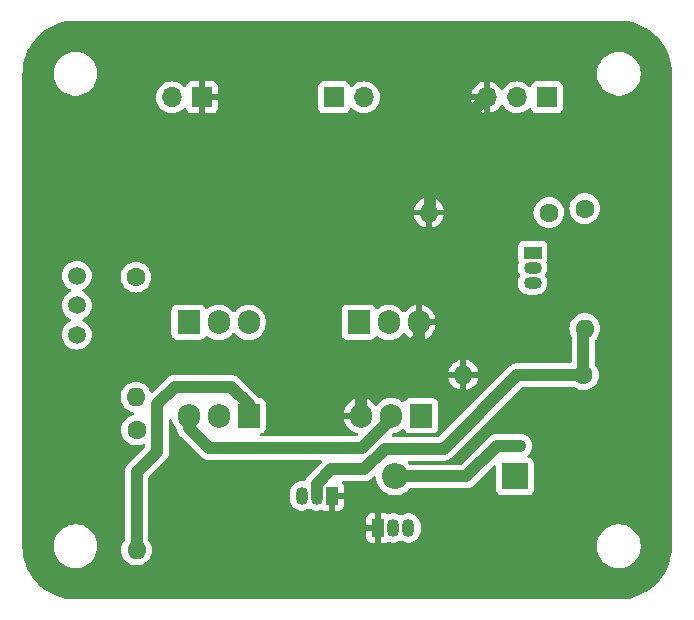
<source format=gbr>
%TF.GenerationSoftware,KiCad,Pcbnew,8.0.7*%
%TF.CreationDate,2025-03-05T10:46:07+02:00*%
%TF.ProjectId,H bridge,48206272-6964-4676-952e-6b696361645f,rev?*%
%TF.SameCoordinates,Original*%
%TF.FileFunction,Copper,L1,Top*%
%TF.FilePolarity,Positive*%
%FSLAX46Y46*%
G04 Gerber Fmt 4.6, Leading zero omitted, Abs format (unit mm)*
G04 Created by KiCad (PCBNEW 8.0.7) date 2025-03-05 10:46:07*
%MOMM*%
%LPD*%
G01*
G04 APERTURE LIST*
%TA.AperFunction,ComponentPad*%
%ADD10R,1.700000X1.700000*%
%TD*%
%TA.AperFunction,ComponentPad*%
%ADD11O,1.700000X1.700000*%
%TD*%
%TA.AperFunction,ComponentPad*%
%ADD12C,1.508000*%
%TD*%
%TA.AperFunction,ComponentPad*%
%ADD13O,1.600000X1.600000*%
%TD*%
%TA.AperFunction,ComponentPad*%
%ADD14C,1.600000*%
%TD*%
%TA.AperFunction,ComponentPad*%
%ADD15O,1.500000X1.050000*%
%TD*%
%TA.AperFunction,ComponentPad*%
%ADD16R,1.500000X1.050000*%
%TD*%
%TA.AperFunction,ComponentPad*%
%ADD17O,1.905000X2.000000*%
%TD*%
%TA.AperFunction,ComponentPad*%
%ADD18R,1.905000X2.000000*%
%TD*%
%TA.AperFunction,ComponentPad*%
%ADD19O,2.200000X2.200000*%
%TD*%
%TA.AperFunction,ComponentPad*%
%ADD20R,2.200000X2.200000*%
%TD*%
%TA.AperFunction,ComponentPad*%
%ADD21O,1.050000X1.500000*%
%TD*%
%TA.AperFunction,ComponentPad*%
%ADD22R,1.050000X1.500000*%
%TD*%
%TA.AperFunction,ViaPad*%
%ADD23C,1.000000*%
%TD*%
%TA.AperFunction,Conductor*%
%ADD24C,1.000000*%
%TD*%
G04 APERTURE END LIST*
D10*
%TO.P,J6,1,Pin_1*%
%TO.N,Signal_in*%
X144910000Y-49500000D03*
D11*
%TO.P,J6,2,Pin_2*%
%TO.N,+5V*%
X142370000Y-49500000D03*
%TO.P,J6,3,Pin_3*%
%TO.N,GND*%
X139830000Y-49500000D03*
%TD*%
D10*
%TO.P,J5,1,Pin_1*%
%TO.N,Net-(J5-Pin_1)*%
X126870000Y-49500000D03*
D11*
%TO.P,J5,2,Pin_2*%
%TO.N,Net-(J5-Pin_2)*%
X129410000Y-49500000D03*
%TD*%
D10*
%TO.P,J4,1,Pin_1*%
%TO.N,GND*%
X115685000Y-49500000D03*
D11*
%TO.P,J4,2,Pin_2*%
%TO.N,+24V*%
X113145000Y-49500000D03*
%TD*%
D12*
%TO.P,SW1,3*%
%TO.N,N/C*%
X105110000Y-64600000D03*
%TO.P,SW1,2,B*%
%TO.N,+24V*%
X105110000Y-67100000D03*
%TO.P,SW1,1,A*%
%TO.N,Net-(Q1-D)*%
X105110000Y-69600000D03*
%TD*%
D13*
%TO.P,R5,2*%
%TO.N,Net-(Q6-B)*%
X148110000Y-69080000D03*
D14*
%TO.P,R5,1*%
%TO.N,Net-(D1-K)*%
X148110000Y-58920000D03*
%TD*%
D13*
%TO.P,R1,2*%
%TO.N,Net-(Q1-D)*%
X110110000Y-74880000D03*
D14*
%TO.P,R1,1*%
%TO.N,Net-(Q1-G)*%
X110110000Y-64720000D03*
%TD*%
D15*
%TO.P,Q7,3,C*%
%TO.N,Net-(Q6-B)*%
X143700000Y-65200000D03*
%TO.P,Q7,2,B*%
%TO.N,Net-(D1-K)*%
X143700000Y-63930000D03*
D16*
%TO.P,Q7,1,E*%
%TO.N,+5V*%
X143700000Y-62660000D03*
%TD*%
D17*
%TO.P,Q2,3,S*%
%TO.N,GND*%
X134050000Y-68545000D03*
%TO.P,Q2,2,D*%
%TO.N,Net-(J5-Pin_1)*%
X131510000Y-68545000D03*
D18*
%TO.P,Q2,1,G*%
%TO.N,Net-(Q2-G)*%
X128970000Y-68545000D03*
%TD*%
D17*
%TO.P,Q1,3,S*%
%TO.N,Net-(J5-Pin_1)*%
X119650000Y-68545000D03*
%TO.P,Q1,2,D*%
%TO.N,Net-(Q1-D)*%
X117110000Y-68545000D03*
D18*
%TO.P,Q1,1,G*%
%TO.N,Net-(Q1-G)*%
X114570000Y-68545000D03*
%TD*%
D19*
%TO.P,D1,2,A*%
%TO.N,Signal_in*%
X132030000Y-81600000D03*
D20*
%TO.P,D1,1,K*%
%TO.N,Net-(D1-K)*%
X142190000Y-81600000D03*
%TD*%
D13*
%TO.P,R4,2*%
%TO.N,GND*%
X137830000Y-73000000D03*
D14*
%TO.P,R4,1*%
%TO.N,Net-(Q6-B)*%
X147990000Y-73000000D03*
%TD*%
D13*
%TO.P,R3,2*%
%TO.N,GND*%
X134910000Y-59250000D03*
D14*
%TO.P,R3,1*%
%TO.N,Signal_in*%
X145070000Y-59250000D03*
%TD*%
D17*
%TO.P,Q3,3,S*%
%TO.N,Net-(J5-Pin_2)*%
X114570000Y-76455000D03*
%TO.P,Q3,2,D*%
%TO.N,Net-(Q1-D)*%
X117110000Y-76455000D03*
D18*
%TO.P,Q3,1,G*%
%TO.N,Net-(Q2-G)*%
X119650000Y-76455000D03*
%TD*%
D17*
%TO.P,Q4,3,S*%
%TO.N,GND*%
X129170000Y-76455000D03*
%TO.P,Q4,2,D*%
%TO.N,Net-(J5-Pin_2)*%
X131710000Y-76455000D03*
D18*
%TO.P,Q4,1,G*%
%TO.N,Net-(Q1-G)*%
X134250000Y-76455000D03*
%TD*%
D21*
%TO.P,Q6,3,C*%
%TO.N,Net-(Q2-G)*%
X124140000Y-83250000D03*
%TO.P,Q6,2,B*%
%TO.N,Net-(Q6-B)*%
X125410000Y-83250000D03*
D22*
%TO.P,Q6,1,E*%
%TO.N,GND*%
X126680000Y-83250000D03*
%TD*%
D13*
%TO.P,R2,2*%
%TO.N,Net-(Q2-G)*%
X110160000Y-87830000D03*
D14*
%TO.P,R2,1*%
%TO.N,Net-(Q1-D)*%
X110160000Y-77670000D03*
%TD*%
D21*
%TO.P,Q5,3,C*%
%TO.N,Net-(Q1-G)*%
X133180000Y-85960000D03*
%TO.P,Q5,2,B*%
%TO.N,Signal_in*%
X131910000Y-85960000D03*
D22*
%TO.P,Q5,1,E*%
%TO.N,GND*%
X130640000Y-85960000D03*
%TD*%
D23*
%TO.N,Signal_in*%
X142660000Y-79000000D03*
%TD*%
D24*
%TO.N,GND*%
X135000000Y-54330000D02*
X139830000Y-49500000D01*
X135000000Y-59250000D02*
X135000000Y-54330000D01*
%TO.N,Net-(J5-Pin_2)*%
X131710000Y-76455000D02*
X131710000Y-76700000D01*
X131710000Y-76700000D02*
X129210000Y-79200000D01*
X129210000Y-79200000D02*
X116310000Y-79200000D01*
X116310000Y-79200000D02*
X114570000Y-77460000D01*
X114570000Y-77460000D02*
X114570000Y-76455000D01*
%TO.N,GND*%
X134050000Y-69860000D02*
X129170000Y-74740000D01*
X134050000Y-68545000D02*
X134050000Y-69860000D01*
X129170000Y-74740000D02*
X129170000Y-76455000D01*
%TO.N,Net-(Q2-G)*%
X113410000Y-74000000D02*
X118160000Y-74000000D01*
X118160000Y-74000000D02*
X119650000Y-75490000D01*
X110160000Y-81250000D02*
X111910000Y-79500000D01*
X111910000Y-75500000D02*
X113410000Y-74000000D01*
X119650000Y-75490000D02*
X119650000Y-76455000D01*
X110160000Y-87830000D02*
X110160000Y-81250000D01*
X111910000Y-79500000D02*
X111910000Y-75500000D01*
%TO.N,Net-(Q6-B)*%
X126660000Y-81000000D02*
X125410000Y-82250000D01*
X147990000Y-73000000D02*
X147990000Y-69200000D01*
X129410000Y-81000000D02*
X126660000Y-81000000D01*
X142410000Y-73000000D02*
X136160000Y-79250000D01*
X147990000Y-73000000D02*
X142410000Y-73000000D01*
X147990000Y-69200000D02*
X148110000Y-69080000D01*
X131160000Y-79250000D02*
X129410000Y-81000000D01*
X136160000Y-79250000D02*
X131160000Y-79250000D01*
X125410000Y-82250000D02*
X125410000Y-83250000D01*
%TO.N,Signal_in*%
X142660000Y-79000000D02*
X140660000Y-79000000D01*
X140660000Y-79000000D02*
X138060000Y-81600000D01*
X138060000Y-81600000D02*
X132030000Y-81600000D01*
%TD*%
%TA.AperFunction,Conductor*%
%TO.N,GND*%
G36*
X151002702Y-43000617D02*
G01*
X151386771Y-43017386D01*
X151397506Y-43018326D01*
X151775971Y-43068152D01*
X151786597Y-43070025D01*
X152159284Y-43152648D01*
X152169710Y-43155442D01*
X152533765Y-43270227D01*
X152543911Y-43273920D01*
X152896578Y-43420000D01*
X152906369Y-43424566D01*
X153244942Y-43600816D01*
X153254310Y-43606224D01*
X153576244Y-43811318D01*
X153585105Y-43817523D01*
X153887930Y-44049889D01*
X153896217Y-44056843D01*
X154177635Y-44314715D01*
X154185284Y-44322364D01*
X154443156Y-44603782D01*
X154450110Y-44612069D01*
X154682476Y-44914894D01*
X154688681Y-44923755D01*
X154893775Y-45245689D01*
X154899183Y-45255057D01*
X155075430Y-45593623D01*
X155080002Y-45603427D01*
X155226075Y-45956078D01*
X155229775Y-45966244D01*
X155344554Y-46330278D01*
X155347354Y-46340727D01*
X155429971Y-46713389D01*
X155431849Y-46724042D01*
X155481671Y-47102473D01*
X155482614Y-47113249D01*
X155499382Y-47497297D01*
X155499500Y-47502706D01*
X155499500Y-87497293D01*
X155499382Y-87502702D01*
X155482614Y-87886750D01*
X155481671Y-87897526D01*
X155431849Y-88275957D01*
X155429971Y-88286610D01*
X155347354Y-88659272D01*
X155344554Y-88669721D01*
X155229775Y-89033755D01*
X155226075Y-89043921D01*
X155080002Y-89396572D01*
X155075430Y-89406376D01*
X154899183Y-89744942D01*
X154893775Y-89754310D01*
X154688681Y-90076244D01*
X154682476Y-90085105D01*
X154450110Y-90387930D01*
X154443156Y-90396217D01*
X154185284Y-90677635D01*
X154177635Y-90685284D01*
X153896217Y-90943156D01*
X153887930Y-90950110D01*
X153585105Y-91182476D01*
X153576244Y-91188681D01*
X153254310Y-91393775D01*
X153244942Y-91399183D01*
X152906376Y-91575430D01*
X152896572Y-91580002D01*
X152543921Y-91726075D01*
X152533755Y-91729775D01*
X152169721Y-91844554D01*
X152159272Y-91847354D01*
X151786610Y-91929971D01*
X151775957Y-91931849D01*
X151397526Y-91981671D01*
X151386750Y-91982614D01*
X151002703Y-91999382D01*
X150997294Y-91999500D01*
X105002706Y-91999500D01*
X104997297Y-91999382D01*
X104613249Y-91982614D01*
X104602473Y-91981671D01*
X104224042Y-91931849D01*
X104213389Y-91929971D01*
X103840727Y-91847354D01*
X103830278Y-91844554D01*
X103466244Y-91729775D01*
X103456078Y-91726075D01*
X103103427Y-91580002D01*
X103093623Y-91575430D01*
X102755057Y-91399183D01*
X102745689Y-91393775D01*
X102423755Y-91188681D01*
X102414894Y-91182476D01*
X102112069Y-90950110D01*
X102103782Y-90943156D01*
X101822364Y-90685284D01*
X101814715Y-90677635D01*
X101556843Y-90396217D01*
X101549889Y-90387930D01*
X101317523Y-90085105D01*
X101311318Y-90076244D01*
X101106224Y-89754310D01*
X101100816Y-89744942D01*
X100924569Y-89406376D01*
X100919997Y-89396572D01*
X100773920Y-89043911D01*
X100770224Y-89033755D01*
X100655442Y-88669710D01*
X100652648Y-88659284D01*
X100570025Y-88286597D01*
X100568152Y-88275971D01*
X100518326Y-87897506D01*
X100517386Y-87886771D01*
X100500618Y-87502702D01*
X100500500Y-87497293D01*
X100500500Y-87378711D01*
X103149500Y-87378711D01*
X103149500Y-87621288D01*
X103181161Y-87861785D01*
X103243947Y-88096104D01*
X103336773Y-88320205D01*
X103336776Y-88320212D01*
X103458064Y-88530289D01*
X103458066Y-88530292D01*
X103458067Y-88530293D01*
X103605733Y-88722736D01*
X103605739Y-88722743D01*
X103777256Y-88894260D01*
X103777262Y-88894265D01*
X103969711Y-89041936D01*
X104179788Y-89163224D01*
X104403900Y-89256054D01*
X104638211Y-89318838D01*
X104818586Y-89342584D01*
X104878711Y-89350500D01*
X104878712Y-89350500D01*
X105121289Y-89350500D01*
X105169388Y-89344167D01*
X105361789Y-89318838D01*
X105596100Y-89256054D01*
X105820212Y-89163224D01*
X106030289Y-89041936D01*
X106222738Y-88894265D01*
X106394265Y-88722738D01*
X106541936Y-88530289D01*
X106663224Y-88320212D01*
X106756054Y-88096100D01*
X106818838Y-87861789D01*
X106850500Y-87621288D01*
X106850500Y-87378712D01*
X106818838Y-87138211D01*
X106756054Y-86903900D01*
X106663224Y-86679788D01*
X106541936Y-86469711D01*
X106400972Y-86286003D01*
X106394266Y-86277263D01*
X106394260Y-86277256D01*
X106222743Y-86105739D01*
X106222736Y-86105733D01*
X106030293Y-85958067D01*
X106030292Y-85958066D01*
X106030289Y-85958064D01*
X105820212Y-85836776D01*
X105768256Y-85815255D01*
X105596104Y-85743947D01*
X105361785Y-85681161D01*
X105121289Y-85649500D01*
X105121288Y-85649500D01*
X104878712Y-85649500D01*
X104878711Y-85649500D01*
X104638214Y-85681161D01*
X104403895Y-85743947D01*
X104179794Y-85836773D01*
X104179785Y-85836777D01*
X103969706Y-85958067D01*
X103777263Y-86105733D01*
X103777256Y-86105739D01*
X103605739Y-86277256D01*
X103605733Y-86277263D01*
X103458067Y-86469706D01*
X103336777Y-86679785D01*
X103336773Y-86679794D01*
X103243947Y-86903895D01*
X103181161Y-87138214D01*
X103149500Y-87378711D01*
X100500500Y-87378711D01*
X100500500Y-74879998D01*
X108804532Y-74879998D01*
X108804532Y-74880001D01*
X108824364Y-75106686D01*
X108824366Y-75106697D01*
X108883258Y-75326488D01*
X108883261Y-75326497D01*
X108979431Y-75532732D01*
X108979432Y-75532734D01*
X109109954Y-75719141D01*
X109270858Y-75880045D01*
X109270861Y-75880047D01*
X109457266Y-76010568D01*
X109663504Y-76106739D01*
X109869458Y-76161924D01*
X109929117Y-76198288D01*
X109959647Y-76261134D01*
X109951353Y-76330510D01*
X109906868Y-76384388D01*
X109869458Y-76401473D01*
X109713508Y-76443259D01*
X109713502Y-76443261D01*
X109507267Y-76539431D01*
X109507265Y-76539432D01*
X109320858Y-76669954D01*
X109159954Y-76830858D01*
X109029432Y-77017265D01*
X109029431Y-77017267D01*
X108933261Y-77223502D01*
X108933258Y-77223511D01*
X108874366Y-77443302D01*
X108874364Y-77443313D01*
X108854532Y-77669998D01*
X108854532Y-77670001D01*
X108874364Y-77896686D01*
X108874366Y-77896697D01*
X108933258Y-78116488D01*
X108933261Y-78116497D01*
X109029431Y-78322732D01*
X109029432Y-78322734D01*
X109159954Y-78509141D01*
X109320858Y-78670045D01*
X109320861Y-78670047D01*
X109507266Y-78800568D01*
X109713504Y-78896739D01*
X109713509Y-78896740D01*
X109713511Y-78896741D01*
X109731119Y-78901459D01*
X109933308Y-78955635D01*
X110095230Y-78969801D01*
X110159998Y-78975468D01*
X110160000Y-78975468D01*
X110160002Y-78975468D01*
X110216673Y-78970509D01*
X110386692Y-78955635D01*
X110606496Y-78896739D01*
X110733096Y-78837703D01*
X110802172Y-78827212D01*
X110865956Y-78855731D01*
X110904196Y-78914208D01*
X110909500Y-78950086D01*
X110909500Y-79034217D01*
X110889815Y-79101256D01*
X110873181Y-79121898D01*
X109522220Y-80472859D01*
X109522218Y-80472861D01*
X109452538Y-80542540D01*
X109382859Y-80612219D01*
X109273371Y-80776079D01*
X109273364Y-80776092D01*
X109221437Y-80901458D01*
X109197950Y-80958159D01*
X109197947Y-80958171D01*
X109178724Y-81054812D01*
X109159500Y-81151455D01*
X109159500Y-86952410D01*
X109139815Y-87019449D01*
X109137076Y-87023532D01*
X109029431Y-87177267D01*
X108933261Y-87383502D01*
X108933258Y-87383511D01*
X108874366Y-87603302D01*
X108874364Y-87603313D01*
X108854532Y-87829998D01*
X108854532Y-87830001D01*
X108874364Y-88056686D01*
X108874366Y-88056697D01*
X108933258Y-88276488D01*
X108933261Y-88276497D01*
X109029431Y-88482732D01*
X109029432Y-88482734D01*
X109159954Y-88669141D01*
X109320858Y-88830045D01*
X109320861Y-88830047D01*
X109507266Y-88960568D01*
X109713504Y-89056739D01*
X109933308Y-89115635D01*
X110095230Y-89129801D01*
X110159998Y-89135468D01*
X110160000Y-89135468D01*
X110160002Y-89135468D01*
X110216673Y-89130509D01*
X110386692Y-89115635D01*
X110606496Y-89056739D01*
X110812734Y-88960568D01*
X110999139Y-88830047D01*
X111160047Y-88669139D01*
X111290568Y-88482734D01*
X111386739Y-88276496D01*
X111445635Y-88056692D01*
X111465468Y-87830000D01*
X111445635Y-87603308D01*
X111386739Y-87383504D01*
X111384504Y-87378711D01*
X149149500Y-87378711D01*
X149149500Y-87621288D01*
X149181161Y-87861785D01*
X149243947Y-88096104D01*
X149336773Y-88320205D01*
X149336776Y-88320212D01*
X149458064Y-88530289D01*
X149458066Y-88530292D01*
X149458067Y-88530293D01*
X149605733Y-88722736D01*
X149605739Y-88722743D01*
X149777256Y-88894260D01*
X149777262Y-88894265D01*
X149969711Y-89041936D01*
X150179788Y-89163224D01*
X150403900Y-89256054D01*
X150638211Y-89318838D01*
X150818586Y-89342584D01*
X150878711Y-89350500D01*
X150878712Y-89350500D01*
X151121289Y-89350500D01*
X151169388Y-89344167D01*
X151361789Y-89318838D01*
X151596100Y-89256054D01*
X151820212Y-89163224D01*
X152030289Y-89041936D01*
X152222738Y-88894265D01*
X152394265Y-88722738D01*
X152541936Y-88530289D01*
X152663224Y-88320212D01*
X152756054Y-88096100D01*
X152818838Y-87861789D01*
X152850500Y-87621288D01*
X152850500Y-87378712D01*
X152818838Y-87138211D01*
X152756054Y-86903900D01*
X152663224Y-86679788D01*
X152541936Y-86469711D01*
X152400972Y-86286003D01*
X152394266Y-86277263D01*
X152394260Y-86277256D01*
X152222743Y-86105739D01*
X152222736Y-86105733D01*
X152030293Y-85958067D01*
X152030292Y-85958066D01*
X152030289Y-85958064D01*
X151820212Y-85836776D01*
X151768256Y-85815255D01*
X151596104Y-85743947D01*
X151361785Y-85681161D01*
X151121289Y-85649500D01*
X151121288Y-85649500D01*
X150878712Y-85649500D01*
X150878711Y-85649500D01*
X150638214Y-85681161D01*
X150403895Y-85743947D01*
X150179794Y-85836773D01*
X150179785Y-85836777D01*
X149969706Y-85958067D01*
X149777263Y-86105733D01*
X149777256Y-86105739D01*
X149605739Y-86277256D01*
X149605733Y-86277263D01*
X149458067Y-86469706D01*
X149336777Y-86679785D01*
X149336773Y-86679794D01*
X149243947Y-86903895D01*
X149181161Y-87138214D01*
X149149500Y-87378711D01*
X111384504Y-87378711D01*
X111290568Y-87177266D01*
X111182924Y-87023532D01*
X111160597Y-86957326D01*
X111160500Y-86952410D01*
X111160500Y-85162155D01*
X129615000Y-85162155D01*
X129615000Y-85710000D01*
X130359670Y-85710000D01*
X130339925Y-85729745D01*
X130290556Y-85815255D01*
X130265000Y-85910630D01*
X130265000Y-86009370D01*
X130290556Y-86104745D01*
X130339925Y-86190255D01*
X130359670Y-86210000D01*
X129615000Y-86210000D01*
X129615000Y-86757844D01*
X129621401Y-86817372D01*
X129621403Y-86817379D01*
X129671645Y-86952086D01*
X129671649Y-86952093D01*
X129757809Y-87067187D01*
X129757812Y-87067190D01*
X129872906Y-87153350D01*
X129872913Y-87153354D01*
X130007620Y-87203596D01*
X130007627Y-87203598D01*
X130067155Y-87209999D01*
X130067172Y-87210000D01*
X130390000Y-87210000D01*
X130390000Y-86240330D01*
X130409745Y-86260075D01*
X130495255Y-86309444D01*
X130590630Y-86335000D01*
X130689370Y-86335000D01*
X130784745Y-86309444D01*
X130870255Y-86260075D01*
X130884500Y-86245830D01*
X130884500Y-86286002D01*
X130887617Y-86301671D01*
X130890000Y-86325865D01*
X130890000Y-87210000D01*
X131212828Y-87210000D01*
X131212844Y-87209999D01*
X131272372Y-87203598D01*
X131272376Y-87203597D01*
X131407089Y-87153352D01*
X131407896Y-87152748D01*
X131408845Y-87152393D01*
X131414876Y-87149101D01*
X131415349Y-87149967D01*
X131473360Y-87128329D01*
X131529661Y-87137451D01*
X131610873Y-87171091D01*
X131774288Y-87203596D01*
X131808992Y-87210499D01*
X131808996Y-87210500D01*
X131808997Y-87210500D01*
X132011004Y-87210500D01*
X132011005Y-87210499D01*
X132209127Y-87171091D01*
X132395756Y-87093786D01*
X132476110Y-87040094D01*
X132542786Y-87019217D01*
X132610166Y-87037701D01*
X132613865Y-87040078D01*
X132694244Y-87093786D01*
X132880873Y-87171091D01*
X133044288Y-87203596D01*
X133078992Y-87210499D01*
X133078996Y-87210500D01*
X133078997Y-87210500D01*
X133281004Y-87210500D01*
X133281005Y-87210499D01*
X133479127Y-87171091D01*
X133665756Y-87093786D01*
X133833718Y-86981558D01*
X133976558Y-86838718D01*
X134088786Y-86670756D01*
X134166091Y-86484127D01*
X134205500Y-86286003D01*
X134205500Y-85633997D01*
X134166091Y-85435873D01*
X134088786Y-85249244D01*
X134088784Y-85249241D01*
X134088782Y-85249237D01*
X133976558Y-85081281D01*
X133833718Y-84938441D01*
X133665762Y-84826217D01*
X133665752Y-84826212D01*
X133479127Y-84748909D01*
X133479119Y-84748907D01*
X133281007Y-84709500D01*
X133281003Y-84709500D01*
X133078997Y-84709500D01*
X133078992Y-84709500D01*
X132880880Y-84748907D01*
X132880872Y-84748909D01*
X132694244Y-84826213D01*
X132613891Y-84879904D01*
X132547213Y-84900782D01*
X132479833Y-84882297D01*
X132476109Y-84879904D01*
X132395755Y-84826213D01*
X132209127Y-84748909D01*
X132209119Y-84748907D01*
X132011007Y-84709500D01*
X132011003Y-84709500D01*
X131808997Y-84709500D01*
X131808992Y-84709500D01*
X131610880Y-84748907D01*
X131610868Y-84748910D01*
X131529661Y-84782547D01*
X131460191Y-84790016D01*
X131415140Y-84770405D01*
X131414872Y-84770897D01*
X131409374Y-84767894D01*
X131407895Y-84767251D01*
X131407086Y-84766645D01*
X131272379Y-84716403D01*
X131272372Y-84716401D01*
X131212844Y-84710000D01*
X130890000Y-84710000D01*
X130890000Y-85594134D01*
X130887617Y-85618326D01*
X130884500Y-85633995D01*
X130884500Y-85674170D01*
X130870255Y-85659925D01*
X130784745Y-85610556D01*
X130689370Y-85585000D01*
X130590630Y-85585000D01*
X130495255Y-85610556D01*
X130409745Y-85659925D01*
X130390000Y-85679670D01*
X130390000Y-84710000D01*
X130067155Y-84710000D01*
X130007627Y-84716401D01*
X130007620Y-84716403D01*
X129872913Y-84766645D01*
X129872906Y-84766649D01*
X129757812Y-84852809D01*
X129757809Y-84852812D01*
X129671649Y-84967906D01*
X129671645Y-84967913D01*
X129621403Y-85102620D01*
X129621401Y-85102627D01*
X129615000Y-85162155D01*
X111160500Y-85162155D01*
X111160500Y-81715782D01*
X111180185Y-81648743D01*
X111196819Y-81628101D01*
X112687135Y-80137786D01*
X112687138Y-80137783D01*
X112687138Y-80137782D01*
X112687140Y-80137781D01*
X112730340Y-80073127D01*
X112785306Y-79990865D01*
X112796627Y-79973922D01*
X112796628Y-79973919D01*
X112796632Y-79973914D01*
X112872051Y-79791835D01*
X112872051Y-79791832D01*
X112872053Y-79791828D01*
X112879329Y-79755250D01*
X112902694Y-79637782D01*
X112910500Y-79598540D01*
X112910500Y-79401460D01*
X112910500Y-76879997D01*
X112930185Y-76812958D01*
X112982989Y-76767203D01*
X113052147Y-76757259D01*
X113115703Y-76786284D01*
X113152431Y-76841679D01*
X113223450Y-77060255D01*
X113223452Y-77060258D01*
X113327283Y-77264038D01*
X113461714Y-77449066D01*
X113461716Y-77449068D01*
X113542482Y-77529834D01*
X113575967Y-77591157D01*
X113576418Y-77593323D01*
X113607948Y-77751834D01*
X113607949Y-77751836D01*
X113630038Y-77805165D01*
X113648892Y-77850683D01*
X113683366Y-77933911D01*
X113683371Y-77933920D01*
X113792859Y-78097780D01*
X113792860Y-78097781D01*
X113792861Y-78097782D01*
X113932218Y-78237139D01*
X113932219Y-78237139D01*
X113939286Y-78244206D01*
X113939285Y-78244206D01*
X113939289Y-78244209D01*
X115672215Y-79977137D01*
X115672219Y-79977140D01*
X115836079Y-80086628D01*
X115836085Y-80086631D01*
X115836086Y-80086632D01*
X116018165Y-80162052D01*
X116211455Y-80200500D01*
X116211458Y-80200501D01*
X116211460Y-80200501D01*
X116414655Y-80200501D01*
X116414675Y-80200500D01*
X125745217Y-80200500D01*
X125812256Y-80220185D01*
X125858011Y-80272989D01*
X125867955Y-80342147D01*
X125838930Y-80405703D01*
X125832898Y-80412181D01*
X124772221Y-81472858D01*
X124772218Y-81472861D01*
X124702538Y-81542540D01*
X124632859Y-81612219D01*
X124523371Y-81776079D01*
X124523366Y-81776089D01*
X124455321Y-81940365D01*
X124411480Y-81994768D01*
X124345186Y-82016833D01*
X124316571Y-82014530D01*
X124241003Y-81999500D01*
X124038997Y-81999500D01*
X124038992Y-81999500D01*
X123840880Y-82038907D01*
X123840872Y-82038909D01*
X123654247Y-82116212D01*
X123654237Y-82116217D01*
X123486281Y-82228441D01*
X123343441Y-82371281D01*
X123231217Y-82539237D01*
X123231215Y-82539242D01*
X123231214Y-82539244D01*
X123229385Y-82543659D01*
X123153909Y-82725872D01*
X123153907Y-82725880D01*
X123114500Y-82923992D01*
X123114500Y-83576007D01*
X123153907Y-83774119D01*
X123153909Y-83774127D01*
X123231212Y-83960752D01*
X123231217Y-83960762D01*
X123343441Y-84128718D01*
X123486281Y-84271558D01*
X123654237Y-84383782D01*
X123654241Y-84383784D01*
X123654244Y-84383786D01*
X123840873Y-84461091D01*
X124004288Y-84493596D01*
X124038992Y-84500499D01*
X124038996Y-84500500D01*
X124038997Y-84500500D01*
X124241004Y-84500500D01*
X124241005Y-84500499D01*
X124439127Y-84461091D01*
X124625756Y-84383786D01*
X124706110Y-84330094D01*
X124772786Y-84309217D01*
X124840166Y-84327701D01*
X124843865Y-84330078D01*
X124924244Y-84383786D01*
X125110873Y-84461091D01*
X125274288Y-84493596D01*
X125308992Y-84500499D01*
X125308996Y-84500500D01*
X125308997Y-84500500D01*
X125511004Y-84500500D01*
X125511005Y-84500499D01*
X125709127Y-84461091D01*
X125790338Y-84427451D01*
X125859804Y-84419983D01*
X125904859Y-84439594D01*
X125905128Y-84439103D01*
X125910613Y-84442098D01*
X125912099Y-84442745D01*
X125912911Y-84443353D01*
X125912913Y-84443354D01*
X126047620Y-84493596D01*
X126047627Y-84493598D01*
X126107155Y-84499999D01*
X126107172Y-84500000D01*
X126430000Y-84500000D01*
X126430000Y-83615865D01*
X126432383Y-83591671D01*
X126435500Y-83576002D01*
X126435500Y-83535830D01*
X126449745Y-83550075D01*
X126535255Y-83599444D01*
X126630630Y-83625000D01*
X126729370Y-83625000D01*
X126824745Y-83599444D01*
X126910255Y-83550075D01*
X126930000Y-83530330D01*
X126930000Y-84500000D01*
X127252828Y-84500000D01*
X127252844Y-84499999D01*
X127312372Y-84493598D01*
X127312379Y-84493596D01*
X127447086Y-84443354D01*
X127447093Y-84443350D01*
X127562187Y-84357190D01*
X127562190Y-84357187D01*
X127648350Y-84242093D01*
X127648354Y-84242086D01*
X127698596Y-84107379D01*
X127698598Y-84107372D01*
X127704999Y-84047844D01*
X127705000Y-84047827D01*
X127705000Y-83500000D01*
X126960330Y-83500000D01*
X126980075Y-83480255D01*
X127029444Y-83394745D01*
X127055000Y-83299370D01*
X127055000Y-83200630D01*
X127029444Y-83105255D01*
X126980075Y-83019745D01*
X126960330Y-83000000D01*
X127705000Y-83000000D01*
X127705000Y-82452172D01*
X127704999Y-82452155D01*
X127698598Y-82392627D01*
X127698596Y-82392620D01*
X127648354Y-82257913D01*
X127648352Y-82257910D01*
X127604111Y-82198812D01*
X127579693Y-82133348D01*
X127594544Y-82065074D01*
X127643949Y-82015669D01*
X127703377Y-82000500D01*
X129508542Y-82000500D01*
X129527870Y-81996655D01*
X129605188Y-81981275D01*
X129701836Y-81962051D01*
X129755165Y-81939961D01*
X129883914Y-81886632D01*
X130047782Y-81777139D01*
X130187139Y-81637782D01*
X130187139Y-81637780D01*
X130197347Y-81627573D01*
X130197349Y-81627570D01*
X130219793Y-81605125D01*
X130281114Y-81571642D01*
X130350806Y-81576626D01*
X130406739Y-81618498D01*
X130431089Y-81683077D01*
X130438410Y-81776089D01*
X130444317Y-81851151D01*
X130503126Y-82096110D01*
X130599533Y-82328859D01*
X130731160Y-82543653D01*
X130731161Y-82543656D01*
X130731164Y-82543659D01*
X130894776Y-82735224D01*
X131043066Y-82861875D01*
X131086343Y-82898838D01*
X131086346Y-82898839D01*
X131301140Y-83030466D01*
X131481698Y-83105255D01*
X131533889Y-83126873D01*
X131778852Y-83185683D01*
X132030000Y-83205449D01*
X132281148Y-83185683D01*
X132526111Y-83126873D01*
X132758859Y-83030466D01*
X132973659Y-82898836D01*
X133165224Y-82735224D01*
X133243164Y-82643967D01*
X133301669Y-82605775D01*
X133337453Y-82600500D01*
X138158542Y-82600500D01*
X138177870Y-82596655D01*
X138255188Y-82581275D01*
X138351836Y-82562051D01*
X138406896Y-82539244D01*
X138533914Y-82486632D01*
X138697782Y-82377139D01*
X138837139Y-82237782D01*
X138837139Y-82237780D01*
X138847347Y-82227573D01*
X138847348Y-82227570D01*
X140377820Y-80697098D01*
X140439142Y-80663615D01*
X140508834Y-80668599D01*
X140564767Y-80710471D01*
X140589184Y-80775935D01*
X140589500Y-80784781D01*
X140589500Y-82747870D01*
X140589501Y-82747876D01*
X140595908Y-82807483D01*
X140646202Y-82942328D01*
X140646206Y-82942335D01*
X140732452Y-83057544D01*
X140732455Y-83057547D01*
X140847664Y-83143793D01*
X140847671Y-83143797D01*
X140982517Y-83194091D01*
X140982516Y-83194091D01*
X140989444Y-83194835D01*
X141042127Y-83200500D01*
X143337872Y-83200499D01*
X143397483Y-83194091D01*
X143532331Y-83143796D01*
X143647546Y-83057546D01*
X143733796Y-82942331D01*
X143784091Y-82807483D01*
X143790500Y-82747873D01*
X143790499Y-80452128D01*
X143784091Y-80392517D01*
X143772791Y-80362221D01*
X143733797Y-80257671D01*
X143733793Y-80257664D01*
X143647547Y-80142455D01*
X143647544Y-80142452D01*
X143532335Y-80056206D01*
X143532328Y-80056202D01*
X143397482Y-80005908D01*
X143397484Y-80005908D01*
X143356458Y-80001498D01*
X143291907Y-79974760D01*
X143252059Y-79917368D01*
X143249566Y-79847542D01*
X143285219Y-79787454D01*
X143293190Y-79781147D01*
X143293073Y-79781004D01*
X143297783Y-79777138D01*
X143319671Y-79755249D01*
X143328408Y-79746512D01*
X143337402Y-79738359D01*
X143370883Y-79710883D01*
X143398359Y-79677402D01*
X143406512Y-79668408D01*
X143437139Y-79637782D01*
X143461193Y-79601781D01*
X143468444Y-79592005D01*
X143495909Y-79558539D01*
X143495912Y-79558535D01*
X143502295Y-79546591D01*
X143516320Y-79520351D01*
X143522560Y-79509938D01*
X143546632Y-79473914D01*
X143563202Y-79433906D01*
X143568399Y-79422918D01*
X143588814Y-79384727D01*
X143601386Y-79343280D01*
X143605476Y-79331847D01*
X143622051Y-79291835D01*
X143630500Y-79249353D01*
X143633450Y-79237580D01*
X143646024Y-79196132D01*
X143650268Y-79153037D01*
X143652054Y-79140999D01*
X143660500Y-79098541D01*
X143660500Y-79055244D01*
X143661097Y-79043090D01*
X143661971Y-79034217D01*
X143665341Y-79000000D01*
X143661097Y-78956908D01*
X143660500Y-78944754D01*
X143660500Y-78901458D01*
X143658117Y-78889480D01*
X143652052Y-78858990D01*
X143650268Y-78846961D01*
X143646024Y-78803869D01*
X143645023Y-78800568D01*
X143633448Y-78762414D01*
X143630499Y-78750640D01*
X143622051Y-78708165D01*
X143605480Y-78668160D01*
X143601382Y-78656706D01*
X143588814Y-78615273D01*
X143568404Y-78577091D01*
X143563201Y-78566090D01*
X143546632Y-78526086D01*
X143522572Y-78490078D01*
X143516316Y-78479640D01*
X143495911Y-78441464D01*
X143495910Y-78441462D01*
X143468438Y-78407988D01*
X143461194Y-78398219D01*
X143437140Y-78362219D01*
X143437136Y-78362214D01*
X143406520Y-78331599D01*
X143398346Y-78322581D01*
X143370884Y-78289118D01*
X143337416Y-78261651D01*
X143328401Y-78253479D01*
X143297787Y-78222865D01*
X143297783Y-78222862D01*
X143297780Y-78222860D01*
X143262821Y-78199500D01*
X143261772Y-78198799D01*
X143252002Y-78191552D01*
X143218543Y-78164094D01*
X143218535Y-78164088D01*
X143201436Y-78154948D01*
X143180350Y-78143678D01*
X143169918Y-78137425D01*
X143133918Y-78113370D01*
X143133914Y-78113368D01*
X143093915Y-78096800D01*
X143082913Y-78091597D01*
X143044729Y-78071187D01*
X143044728Y-78071186D01*
X143044727Y-78071186D01*
X143003277Y-78058612D01*
X142991834Y-78054517D01*
X142951834Y-78037948D01*
X142951827Y-78037946D01*
X142909378Y-78029503D01*
X142897575Y-78026547D01*
X142856134Y-78013976D01*
X142856130Y-78013975D01*
X142813035Y-78009730D01*
X142801006Y-78007945D01*
X142758544Y-77999500D01*
X142758541Y-77999500D01*
X142715244Y-77999500D01*
X142703090Y-77998903D01*
X142660000Y-77994659D01*
X142616910Y-77998903D01*
X142604756Y-77999500D01*
X140561457Y-77999500D01*
X140513026Y-78009134D01*
X140488684Y-78013976D01*
X140368167Y-78037947D01*
X140368159Y-78037950D01*
X140314834Y-78060037D01*
X140314834Y-78060038D01*
X140269315Y-78078892D01*
X140186089Y-78113366D01*
X140186079Y-78113371D01*
X140022218Y-78222860D01*
X140022214Y-78222863D01*
X137681899Y-80563181D01*
X137620576Y-80596666D01*
X137594218Y-80599500D01*
X133337453Y-80599500D01*
X133270414Y-80579815D01*
X133243166Y-80556034D01*
X133165224Y-80464776D01*
X133165221Y-80464773D01*
X133165219Y-80464771D01*
X133162629Y-80462181D01*
X133129144Y-80400858D01*
X133134128Y-80331166D01*
X133176000Y-80275233D01*
X133241464Y-80250816D01*
X133250310Y-80250500D01*
X136258542Y-80250500D01*
X136277870Y-80246655D01*
X136355188Y-80231275D01*
X136451836Y-80212051D01*
X136505165Y-80189961D01*
X136633914Y-80136632D01*
X136797782Y-80027139D01*
X136937139Y-79887782D01*
X136937139Y-79887780D01*
X136947347Y-79877573D01*
X136947348Y-79877570D01*
X142788102Y-74036819D01*
X142849425Y-74003334D01*
X142875783Y-74000500D01*
X147112412Y-74000500D01*
X147179451Y-74020185D01*
X147183523Y-74022917D01*
X147337266Y-74130568D01*
X147543504Y-74226739D01*
X147543509Y-74226740D01*
X147543511Y-74226741D01*
X147596415Y-74240916D01*
X147763308Y-74285635D01*
X147925230Y-74299801D01*
X147989998Y-74305468D01*
X147990000Y-74305468D01*
X147990002Y-74305468D01*
X148046673Y-74300509D01*
X148216692Y-74285635D01*
X148436496Y-74226739D01*
X148642734Y-74130568D01*
X148829139Y-74000047D01*
X148990047Y-73839139D01*
X149120568Y-73652734D01*
X149216739Y-73446496D01*
X149275635Y-73226692D01*
X149295468Y-73000000D01*
X149275635Y-72773308D01*
X149216739Y-72553504D01*
X149120568Y-72347266D01*
X149012924Y-72193532D01*
X148990597Y-72127326D01*
X148990500Y-72122410D01*
X148990500Y-70090048D01*
X149010185Y-70023009D01*
X149026814Y-70002371D01*
X149110047Y-69919139D01*
X149240568Y-69732734D01*
X149336739Y-69526496D01*
X149395635Y-69306692D01*
X149415468Y-69080000D01*
X149395635Y-68853308D01*
X149350916Y-68686415D01*
X149336741Y-68633511D01*
X149336738Y-68633502D01*
X149329234Y-68617409D01*
X149240568Y-68427266D01*
X149110047Y-68240861D01*
X149110045Y-68240858D01*
X148949141Y-68079954D01*
X148762734Y-67949432D01*
X148762732Y-67949431D01*
X148556497Y-67853261D01*
X148556488Y-67853258D01*
X148336697Y-67794366D01*
X148336693Y-67794365D01*
X148336692Y-67794365D01*
X148336691Y-67794364D01*
X148336686Y-67794364D01*
X148110002Y-67774532D01*
X148109998Y-67774532D01*
X147883313Y-67794364D01*
X147883302Y-67794366D01*
X147663511Y-67853258D01*
X147663502Y-67853261D01*
X147457267Y-67949431D01*
X147457265Y-67949432D01*
X147270858Y-68079954D01*
X147109954Y-68240858D01*
X146979432Y-68427265D01*
X146979431Y-68427267D01*
X146883261Y-68633502D01*
X146883258Y-68633511D01*
X146824366Y-68853302D01*
X146824364Y-68853313D01*
X146804532Y-69079998D01*
X146804532Y-69080001D01*
X146824364Y-69306686D01*
X146824366Y-69306697D01*
X146883258Y-69526488D01*
X146883260Y-69526492D01*
X146883261Y-69526496D01*
X146977882Y-69729410D01*
X146989500Y-69781815D01*
X146989500Y-71875500D01*
X146969815Y-71942539D01*
X146917011Y-71988294D01*
X146865500Y-71999500D01*
X142311455Y-71999500D01*
X142214812Y-72018724D01*
X142118167Y-72037947D01*
X142118161Y-72037949D01*
X142064834Y-72060037D01*
X142064834Y-72060038D01*
X142019315Y-72078892D01*
X141936089Y-72113366D01*
X141865008Y-72160861D01*
X141772216Y-72222861D01*
X141772213Y-72222864D01*
X135781899Y-78213181D01*
X135720576Y-78246666D01*
X135694218Y-78249500D01*
X131874781Y-78249500D01*
X131807742Y-78229815D01*
X131761987Y-78177011D01*
X131752043Y-78107853D01*
X131781068Y-78044297D01*
X131787081Y-78037837D01*
X131849414Y-77975504D01*
X131910733Y-77942022D01*
X131917647Y-77940722D01*
X132050245Y-77919722D01*
X132267758Y-77849048D01*
X132471538Y-77745217D01*
X132654245Y-77612472D01*
X132720046Y-77588994D01*
X132788100Y-77604819D01*
X132836795Y-77654924D01*
X132843308Y-77669459D01*
X132853702Y-77697328D01*
X132853706Y-77697335D01*
X132939952Y-77812544D01*
X132939955Y-77812547D01*
X133055164Y-77898793D01*
X133055171Y-77898797D01*
X133190017Y-77949091D01*
X133190016Y-77949091D01*
X133196944Y-77949835D01*
X133249627Y-77955500D01*
X135250372Y-77955499D01*
X135309983Y-77949091D01*
X135444831Y-77898796D01*
X135560046Y-77812546D01*
X135646296Y-77697331D01*
X135696591Y-77562483D01*
X135703000Y-77502873D01*
X135702999Y-75407128D01*
X135696591Y-75347517D01*
X135686660Y-75320891D01*
X135646297Y-75212671D01*
X135646293Y-75212664D01*
X135560047Y-75097455D01*
X135560044Y-75097452D01*
X135444835Y-75011206D01*
X135444828Y-75011202D01*
X135309982Y-74960908D01*
X135309983Y-74960908D01*
X135250383Y-74954501D01*
X135250381Y-74954500D01*
X135250373Y-74954500D01*
X135250364Y-74954500D01*
X133249629Y-74954500D01*
X133249623Y-74954501D01*
X133190016Y-74960908D01*
X133055171Y-75011202D01*
X133055164Y-75011206D01*
X132939955Y-75097452D01*
X132939952Y-75097455D01*
X132853706Y-75212664D01*
X132853703Y-75212670D01*
X132843308Y-75240541D01*
X132801436Y-75296474D01*
X132735972Y-75320891D01*
X132667699Y-75306039D01*
X132654250Y-75297531D01*
X132471538Y-75164783D01*
X132267755Y-75060950D01*
X132050248Y-74990278D01*
X131864812Y-74960908D01*
X131824354Y-74954500D01*
X131595646Y-74954500D01*
X131555188Y-74960908D01*
X131369753Y-74990278D01*
X131369750Y-74990278D01*
X131152244Y-75060950D01*
X130948461Y-75164783D01*
X130882551Y-75212670D01*
X130763434Y-75299214D01*
X130763432Y-75299216D01*
X130763431Y-75299216D01*
X130601716Y-75460931D01*
X130601709Y-75460940D01*
X130540007Y-75545864D01*
X130484677Y-75588530D01*
X130415063Y-75594508D01*
X130353269Y-75561901D01*
X130339372Y-75545863D01*
X130277907Y-75461263D01*
X130277902Y-75461257D01*
X130116242Y-75299597D01*
X129931276Y-75165211D01*
X129727568Y-75061417D01*
X129510124Y-74990765D01*
X129420000Y-74976490D01*
X129420000Y-75964252D01*
X129382292Y-75942482D01*
X129242409Y-75905000D01*
X129097591Y-75905000D01*
X128957708Y-75942482D01*
X128920000Y-75964252D01*
X128920000Y-74976490D01*
X128919999Y-74976490D01*
X128829875Y-74990765D01*
X128612431Y-75061417D01*
X128408723Y-75165211D01*
X128223757Y-75299597D01*
X128062097Y-75461257D01*
X127927711Y-75646223D01*
X127823917Y-75849929D01*
X127753265Y-76067371D01*
X127731468Y-76205000D01*
X128679252Y-76205000D01*
X128657482Y-76242708D01*
X128620000Y-76382591D01*
X128620000Y-76527409D01*
X128657482Y-76667292D01*
X128679252Y-76705000D01*
X127731468Y-76705000D01*
X127753265Y-76842628D01*
X127823917Y-77060070D01*
X127927711Y-77263776D01*
X128062097Y-77448742D01*
X128223757Y-77610402D01*
X128408723Y-77744788D01*
X128612431Y-77848582D01*
X128823078Y-77917026D01*
X128880754Y-77956463D01*
X128907952Y-78020822D01*
X128896037Y-78089668D01*
X128872442Y-78122637D01*
X128831900Y-78163180D01*
X128770578Y-78196666D01*
X128744218Y-78199500D01*
X120694223Y-78199500D01*
X120627184Y-78179815D01*
X120581429Y-78127011D01*
X120571485Y-78057853D01*
X120600510Y-77994297D01*
X120659288Y-77956523D01*
X120680970Y-77952210D01*
X120709983Y-77949091D01*
X120732443Y-77940714D01*
X120844831Y-77898796D01*
X120960046Y-77812546D01*
X121046296Y-77697331D01*
X121096591Y-77562483D01*
X121103000Y-77502873D01*
X121102999Y-75407128D01*
X121096591Y-75347517D01*
X121086660Y-75320891D01*
X121046297Y-75212671D01*
X121046293Y-75212664D01*
X120960047Y-75097455D01*
X120960044Y-75097452D01*
X120844835Y-75011206D01*
X120844828Y-75011202D01*
X120709982Y-74960908D01*
X120709983Y-74960908D01*
X120650383Y-74954501D01*
X120650381Y-74954500D01*
X120650373Y-74954500D01*
X120650365Y-74954500D01*
X120561761Y-74954500D01*
X120494722Y-74934815D01*
X120458659Y-74899391D01*
X120427137Y-74852215D01*
X120284686Y-74709764D01*
X120284655Y-74709735D01*
X118941479Y-73366559D01*
X118941459Y-73366537D01*
X118797785Y-73222863D01*
X118797781Y-73222860D01*
X118633916Y-73113369D01*
X118633911Y-73113366D01*
X118561315Y-73083296D01*
X118505165Y-73060038D01*
X118451836Y-73037949D01*
X118451832Y-73037948D01*
X118451828Y-73037946D01*
X118355188Y-73018724D01*
X118258544Y-72999500D01*
X118258541Y-72999500D01*
X113508540Y-72999500D01*
X113311459Y-72999500D01*
X113311456Y-72999500D01*
X113118171Y-73037946D01*
X113118167Y-73037948D01*
X113118165Y-73037948D01*
X113118164Y-73037949D01*
X113042745Y-73069188D01*
X113042743Y-73069189D01*
X112936085Y-73113368D01*
X112936085Y-73113369D01*
X112936084Y-73113369D01*
X112772222Y-73222857D01*
X112772214Y-73222863D01*
X111533461Y-74461617D01*
X111472138Y-74495102D01*
X111402446Y-74490118D01*
X111346513Y-74448246D01*
X111333401Y-74426347D01*
X111240568Y-74227266D01*
X111110047Y-74040861D01*
X111110045Y-74040858D01*
X110949141Y-73879954D01*
X110762734Y-73749432D01*
X110762732Y-73749431D01*
X110556497Y-73653261D01*
X110556488Y-73653258D01*
X110336697Y-73594366D01*
X110336693Y-73594365D01*
X110336692Y-73594365D01*
X110336691Y-73594364D01*
X110336686Y-73594364D01*
X110110002Y-73574532D01*
X110109998Y-73574532D01*
X109883313Y-73594364D01*
X109883302Y-73594366D01*
X109663511Y-73653258D01*
X109663502Y-73653261D01*
X109457267Y-73749431D01*
X109457265Y-73749432D01*
X109270858Y-73879954D01*
X109109954Y-74040858D01*
X108979432Y-74227265D01*
X108979431Y-74227267D01*
X108883261Y-74433502D01*
X108883258Y-74433511D01*
X108824366Y-74653302D01*
X108824364Y-74653313D01*
X108804532Y-74879998D01*
X100500500Y-74879998D01*
X100500500Y-72749999D01*
X136551127Y-72749999D01*
X136551128Y-72750000D01*
X137514314Y-72750000D01*
X137509920Y-72754394D01*
X137457259Y-72845606D01*
X137430000Y-72947339D01*
X137430000Y-73052661D01*
X137457259Y-73154394D01*
X137509920Y-73245606D01*
X137514314Y-73250000D01*
X136551128Y-73250000D01*
X136603730Y-73446317D01*
X136603734Y-73446326D01*
X136699865Y-73652482D01*
X136830342Y-73838820D01*
X136991179Y-73999657D01*
X137177517Y-74130134D01*
X137383673Y-74226265D01*
X137383682Y-74226269D01*
X137579999Y-74278872D01*
X137580000Y-74278871D01*
X137580000Y-73315686D01*
X137584394Y-73320080D01*
X137675606Y-73372741D01*
X137777339Y-73400000D01*
X137882661Y-73400000D01*
X137984394Y-73372741D01*
X138075606Y-73320080D01*
X138080000Y-73315686D01*
X138080000Y-74278872D01*
X138276317Y-74226269D01*
X138276326Y-74226265D01*
X138482482Y-74130134D01*
X138668820Y-73999657D01*
X138829657Y-73838820D01*
X138960134Y-73652482D01*
X139056265Y-73446326D01*
X139056269Y-73446317D01*
X139108872Y-73250000D01*
X138145686Y-73250000D01*
X138150080Y-73245606D01*
X138202741Y-73154394D01*
X138230000Y-73052661D01*
X138230000Y-72947339D01*
X138202741Y-72845606D01*
X138150080Y-72754394D01*
X138145686Y-72750000D01*
X139108872Y-72750000D01*
X139108872Y-72749999D01*
X139056269Y-72553682D01*
X139056265Y-72553673D01*
X138960134Y-72347517D01*
X138829657Y-72161179D01*
X138668820Y-72000342D01*
X138482482Y-71869865D01*
X138276328Y-71773734D01*
X138080000Y-71721127D01*
X138080000Y-72684314D01*
X138075606Y-72679920D01*
X137984394Y-72627259D01*
X137882661Y-72600000D01*
X137777339Y-72600000D01*
X137675606Y-72627259D01*
X137584394Y-72679920D01*
X137580000Y-72684314D01*
X137580000Y-71721127D01*
X137383671Y-71773734D01*
X137177517Y-71869865D01*
X136991179Y-72000342D01*
X136830342Y-72161179D01*
X136699865Y-72347517D01*
X136603734Y-72553673D01*
X136603730Y-72553682D01*
X136551127Y-72749999D01*
X100500500Y-72749999D01*
X100500500Y-64599997D01*
X103850708Y-64599997D01*
X103850708Y-64600002D01*
X103860702Y-64714244D01*
X103869839Y-64818674D01*
X103926653Y-65030703D01*
X103926654Y-65030706D01*
X103926655Y-65030708D01*
X104019419Y-65229642D01*
X104019423Y-65229650D01*
X104145322Y-65409452D01*
X104145327Y-65409458D01*
X104300541Y-65564672D01*
X104300547Y-65564677D01*
X104480349Y-65690576D01*
X104480351Y-65690577D01*
X104480354Y-65690579D01*
X104543549Y-65720047D01*
X104581230Y-65737618D01*
X104633669Y-65783790D01*
X104652821Y-65850984D01*
X104632605Y-65917865D01*
X104581230Y-65962382D01*
X104480353Y-66009421D01*
X104480349Y-66009423D01*
X104300547Y-66135322D01*
X104300541Y-66135327D01*
X104145327Y-66290541D01*
X104145322Y-66290547D01*
X104019423Y-66470349D01*
X104019419Y-66470357D01*
X103926655Y-66669291D01*
X103869839Y-66881324D01*
X103869838Y-66881331D01*
X103850708Y-67099997D01*
X103850708Y-67100002D01*
X103868438Y-67302669D01*
X103869839Y-67318674D01*
X103926653Y-67530703D01*
X103926654Y-67530706D01*
X103926655Y-67530708D01*
X104019419Y-67729642D01*
X104019423Y-67729650D01*
X104145322Y-67909452D01*
X104145327Y-67909458D01*
X104300541Y-68064672D01*
X104300547Y-68064677D01*
X104480349Y-68190576D01*
X104480351Y-68190577D01*
X104480354Y-68190579D01*
X104568736Y-68231791D01*
X104581230Y-68237618D01*
X104633669Y-68283790D01*
X104652821Y-68350984D01*
X104632605Y-68417865D01*
X104581230Y-68462382D01*
X104480353Y-68509421D01*
X104480349Y-68509423D01*
X104300547Y-68635322D01*
X104300541Y-68635327D01*
X104145327Y-68790541D01*
X104145322Y-68790547D01*
X104019423Y-68970349D01*
X104019419Y-68970357D01*
X103926655Y-69169291D01*
X103869839Y-69381324D01*
X103869838Y-69381331D01*
X103850708Y-69599997D01*
X103850708Y-69600002D01*
X103867096Y-69787331D01*
X103869839Y-69818674D01*
X103926653Y-70030703D01*
X103926654Y-70030706D01*
X103926655Y-70030708D01*
X104019419Y-70229642D01*
X104019423Y-70229650D01*
X104145322Y-70409452D01*
X104145327Y-70409458D01*
X104300541Y-70564672D01*
X104300547Y-70564677D01*
X104480349Y-70690576D01*
X104480351Y-70690577D01*
X104480354Y-70690579D01*
X104679297Y-70783347D01*
X104891326Y-70840161D01*
X105047521Y-70853826D01*
X105109998Y-70859292D01*
X105110000Y-70859292D01*
X105110002Y-70859292D01*
X105164668Y-70854509D01*
X105328674Y-70840161D01*
X105540703Y-70783347D01*
X105739646Y-70690579D01*
X105919457Y-70564674D01*
X106074674Y-70409457D01*
X106200579Y-70229646D01*
X106293347Y-70030703D01*
X106350161Y-69818674D01*
X106369292Y-69600000D01*
X106368668Y-69592873D01*
X106355165Y-69438523D01*
X106350161Y-69381326D01*
X106293347Y-69169297D01*
X106200579Y-68970354D01*
X106200577Y-68970351D01*
X106200576Y-68970349D01*
X106074677Y-68790547D01*
X106074672Y-68790541D01*
X105919458Y-68635327D01*
X105919452Y-68635322D01*
X105739650Y-68509423D01*
X105739642Y-68509419D01*
X105638770Y-68462382D01*
X105586330Y-68416210D01*
X105567178Y-68349017D01*
X105587393Y-68282135D01*
X105638770Y-68237618D01*
X105646860Y-68233845D01*
X105739646Y-68190579D01*
X105919457Y-68064674D01*
X106074674Y-67909457D01*
X106200579Y-67729646D01*
X106293347Y-67530703D01*
X106302342Y-67497135D01*
X113117000Y-67497135D01*
X113117000Y-69592870D01*
X113117001Y-69592876D01*
X113123408Y-69652483D01*
X113173702Y-69787328D01*
X113173706Y-69787335D01*
X113259952Y-69902544D01*
X113259955Y-69902547D01*
X113375164Y-69988793D01*
X113375171Y-69988797D01*
X113510017Y-70039091D01*
X113510016Y-70039091D01*
X113516944Y-70039835D01*
X113569627Y-70045500D01*
X115570372Y-70045499D01*
X115629983Y-70039091D01*
X115764831Y-69988796D01*
X115880046Y-69902546D01*
X115966296Y-69787331D01*
X115976690Y-69759460D01*
X116018560Y-69703527D01*
X116084023Y-69679108D01*
X116152297Y-69693958D01*
X116165746Y-69702465D01*
X116348462Y-69835217D01*
X116551327Y-69938582D01*
X116552244Y-69939049D01*
X116769751Y-70009721D01*
X116769752Y-70009721D01*
X116769755Y-70009722D01*
X116995646Y-70045500D01*
X116995647Y-70045500D01*
X117224353Y-70045500D01*
X117224354Y-70045500D01*
X117450245Y-70009722D01*
X117450248Y-70009721D01*
X117450249Y-70009721D01*
X117667755Y-69939049D01*
X117667755Y-69939048D01*
X117667758Y-69939048D01*
X117871538Y-69835217D01*
X118056566Y-69700786D01*
X118218286Y-69539066D01*
X118279683Y-69454559D01*
X118335012Y-69411896D01*
X118404625Y-69405917D01*
X118466420Y-69438523D01*
X118480314Y-69454556D01*
X118541714Y-69539066D01*
X118703434Y-69700786D01*
X118888462Y-69835217D01*
X119091327Y-69938582D01*
X119092244Y-69939049D01*
X119309751Y-70009721D01*
X119309752Y-70009721D01*
X119309755Y-70009722D01*
X119535646Y-70045500D01*
X119535647Y-70045500D01*
X119764353Y-70045500D01*
X119764354Y-70045500D01*
X119990245Y-70009722D01*
X119990248Y-70009721D01*
X119990249Y-70009721D01*
X120207755Y-69939049D01*
X120207755Y-69939048D01*
X120207758Y-69939048D01*
X120411538Y-69835217D01*
X120596566Y-69700786D01*
X120758286Y-69539066D01*
X120892717Y-69354038D01*
X120996548Y-69150258D01*
X121067222Y-68932745D01*
X121103000Y-68706854D01*
X121103000Y-68383146D01*
X121067222Y-68157255D01*
X121067221Y-68157251D01*
X121067221Y-68157250D01*
X120996549Y-67939744D01*
X120996548Y-67939742D01*
X120892717Y-67735962D01*
X120758286Y-67550934D01*
X120704487Y-67497135D01*
X127517000Y-67497135D01*
X127517000Y-69592870D01*
X127517001Y-69592876D01*
X127523408Y-69652483D01*
X127573702Y-69787328D01*
X127573706Y-69787335D01*
X127659952Y-69902544D01*
X127659955Y-69902547D01*
X127775164Y-69988793D01*
X127775171Y-69988797D01*
X127910017Y-70039091D01*
X127910016Y-70039091D01*
X127916944Y-70039835D01*
X127969627Y-70045500D01*
X129970372Y-70045499D01*
X130029983Y-70039091D01*
X130164831Y-69988796D01*
X130280046Y-69902546D01*
X130366296Y-69787331D01*
X130376690Y-69759460D01*
X130418560Y-69703527D01*
X130484023Y-69679108D01*
X130552297Y-69693958D01*
X130565746Y-69702465D01*
X130748462Y-69835217D01*
X130951327Y-69938582D01*
X130952244Y-69939049D01*
X131169751Y-70009721D01*
X131169752Y-70009721D01*
X131169755Y-70009722D01*
X131395646Y-70045500D01*
X131395647Y-70045500D01*
X131624353Y-70045500D01*
X131624354Y-70045500D01*
X131850245Y-70009722D01*
X131850248Y-70009721D01*
X131850249Y-70009721D01*
X132067755Y-69939049D01*
X132067755Y-69939048D01*
X132067758Y-69939048D01*
X132271538Y-69835217D01*
X132456566Y-69700786D01*
X132618286Y-69539066D01*
X132679992Y-69454134D01*
X132735319Y-69411470D01*
X132804932Y-69405491D01*
X132866727Y-69438096D01*
X132880626Y-69454135D01*
X132942097Y-69538741D01*
X132942097Y-69538742D01*
X133103757Y-69700402D01*
X133288723Y-69834788D01*
X133492429Y-69938582D01*
X133709871Y-70009234D01*
X133800000Y-70023509D01*
X133800000Y-69035747D01*
X133837708Y-69057518D01*
X133977591Y-69095000D01*
X134122409Y-69095000D01*
X134262292Y-69057518D01*
X134300000Y-69035747D01*
X134300000Y-70023508D01*
X134390128Y-70009234D01*
X134607570Y-69938582D01*
X134811276Y-69834788D01*
X134996242Y-69700402D01*
X135157902Y-69538742D01*
X135292288Y-69353776D01*
X135396082Y-69150070D01*
X135466734Y-68932628D01*
X135488532Y-68795000D01*
X134540748Y-68795000D01*
X134562518Y-68757292D01*
X134600000Y-68617409D01*
X134600000Y-68472591D01*
X134562518Y-68332708D01*
X134540748Y-68295000D01*
X135488532Y-68295000D01*
X135466734Y-68157371D01*
X135396082Y-67939929D01*
X135292288Y-67736223D01*
X135157902Y-67551257D01*
X134996242Y-67389597D01*
X134811276Y-67255211D01*
X134607568Y-67151417D01*
X134390124Y-67080765D01*
X134300000Y-67066490D01*
X134300000Y-68054252D01*
X134262292Y-68032482D01*
X134122409Y-67995000D01*
X133977591Y-67995000D01*
X133837708Y-68032482D01*
X133800000Y-68054252D01*
X133800000Y-67066490D01*
X133799999Y-67066490D01*
X133709875Y-67080765D01*
X133492431Y-67151417D01*
X133288723Y-67255211D01*
X133103757Y-67389597D01*
X132942097Y-67551257D01*
X132880627Y-67635864D01*
X132825297Y-67678529D01*
X132755684Y-67684508D01*
X132693889Y-67651902D01*
X132679991Y-67635864D01*
X132618286Y-67550934D01*
X132456566Y-67389214D01*
X132271538Y-67254783D01*
X132067755Y-67150950D01*
X131850248Y-67080278D01*
X131664812Y-67050908D01*
X131624354Y-67044500D01*
X131395646Y-67044500D01*
X131355188Y-67050908D01*
X131169753Y-67080278D01*
X131169750Y-67080278D01*
X130952244Y-67150950D01*
X130748461Y-67254783D01*
X130565759Y-67387525D01*
X130499952Y-67411005D01*
X130431898Y-67395180D01*
X130383203Y-67345074D01*
X130376690Y-67330538D01*
X130366296Y-67302669D01*
X130366293Y-67302664D01*
X130280047Y-67187455D01*
X130280044Y-67187452D01*
X130164835Y-67101206D01*
X130164828Y-67101202D01*
X130029982Y-67050908D01*
X130029983Y-67050908D01*
X129970383Y-67044501D01*
X129970381Y-67044500D01*
X129970373Y-67044500D01*
X129970364Y-67044500D01*
X127969629Y-67044500D01*
X127969623Y-67044501D01*
X127910016Y-67050908D01*
X127775171Y-67101202D01*
X127775164Y-67101206D01*
X127659955Y-67187452D01*
X127659952Y-67187455D01*
X127573706Y-67302664D01*
X127573702Y-67302671D01*
X127523408Y-67437517D01*
X127517001Y-67497116D01*
X127517000Y-67497135D01*
X120704487Y-67497135D01*
X120596566Y-67389214D01*
X120411538Y-67254783D01*
X120207755Y-67150950D01*
X119990248Y-67080278D01*
X119804812Y-67050908D01*
X119764354Y-67044500D01*
X119535646Y-67044500D01*
X119495188Y-67050908D01*
X119309753Y-67080278D01*
X119309750Y-67080278D01*
X119092244Y-67150950D01*
X118888461Y-67254783D01*
X118822550Y-67302671D01*
X118703434Y-67389214D01*
X118703432Y-67389216D01*
X118703431Y-67389216D01*
X118541715Y-67550932D01*
X118480318Y-67635438D01*
X118424987Y-67678103D01*
X118355374Y-67684082D01*
X118293579Y-67651476D01*
X118279682Y-67635438D01*
X118268773Y-67620423D01*
X118218286Y-67550934D01*
X118056566Y-67389214D01*
X117871538Y-67254783D01*
X117667755Y-67150950D01*
X117450248Y-67080278D01*
X117264812Y-67050908D01*
X117224354Y-67044500D01*
X116995646Y-67044500D01*
X116955188Y-67050908D01*
X116769753Y-67080278D01*
X116769750Y-67080278D01*
X116552244Y-67150950D01*
X116348461Y-67254783D01*
X116165759Y-67387525D01*
X116099952Y-67411005D01*
X116031898Y-67395180D01*
X115983203Y-67345074D01*
X115976690Y-67330538D01*
X115966296Y-67302669D01*
X115966293Y-67302664D01*
X115880047Y-67187455D01*
X115880044Y-67187452D01*
X115764835Y-67101206D01*
X115764828Y-67101202D01*
X115629982Y-67050908D01*
X115629983Y-67050908D01*
X115570383Y-67044501D01*
X115570381Y-67044500D01*
X115570373Y-67044500D01*
X115570364Y-67044500D01*
X113569629Y-67044500D01*
X113569623Y-67044501D01*
X113510016Y-67050908D01*
X113375171Y-67101202D01*
X113375164Y-67101206D01*
X113259955Y-67187452D01*
X113259952Y-67187455D01*
X113173706Y-67302664D01*
X113173702Y-67302671D01*
X113123408Y-67437517D01*
X113117001Y-67497116D01*
X113117000Y-67497135D01*
X106302342Y-67497135D01*
X106350161Y-67318674D01*
X106364835Y-67150950D01*
X106369292Y-67100002D01*
X106369292Y-67099997D01*
X106350161Y-66881331D01*
X106350161Y-66881326D01*
X106293347Y-66669297D01*
X106200579Y-66470354D01*
X106200577Y-66470351D01*
X106200576Y-66470349D01*
X106074677Y-66290547D01*
X106074672Y-66290541D01*
X105919458Y-66135327D01*
X105919452Y-66135322D01*
X105739650Y-66009423D01*
X105739642Y-66009419D01*
X105638770Y-65962382D01*
X105586330Y-65916210D01*
X105567178Y-65849017D01*
X105587393Y-65782135D01*
X105638770Y-65737618D01*
X105676451Y-65720047D01*
X105739646Y-65690579D01*
X105919457Y-65564674D01*
X106074674Y-65409457D01*
X106200579Y-65229646D01*
X106293347Y-65030703D01*
X106350161Y-64818674D01*
X106358794Y-64719998D01*
X108804532Y-64719998D01*
X108804532Y-64720001D01*
X108824364Y-64946686D01*
X108824366Y-64946697D01*
X108883258Y-65166488D01*
X108883261Y-65166497D01*
X108979431Y-65372732D01*
X108979432Y-65372734D01*
X109109954Y-65559141D01*
X109270858Y-65720045D01*
X109270861Y-65720047D01*
X109457266Y-65850568D01*
X109663504Y-65946739D01*
X109883308Y-66005635D01*
X110045230Y-66019801D01*
X110109998Y-66025468D01*
X110110000Y-66025468D01*
X110110002Y-66025468D01*
X110166673Y-66020509D01*
X110336692Y-66005635D01*
X110556496Y-65946739D01*
X110762734Y-65850568D01*
X110949139Y-65720047D01*
X111110047Y-65559139D01*
X111240568Y-65372734D01*
X111336739Y-65166496D01*
X111395635Y-64946692D01*
X111415468Y-64720000D01*
X111414964Y-64714244D01*
X111407609Y-64630167D01*
X111395635Y-64493308D01*
X111336739Y-64273504D01*
X111240568Y-64067266D01*
X111110047Y-63880861D01*
X111110045Y-63880858D01*
X110949141Y-63719954D01*
X110762734Y-63589432D01*
X110762732Y-63589431D01*
X110556497Y-63493261D01*
X110556488Y-63493258D01*
X110336697Y-63434366D01*
X110336693Y-63434365D01*
X110336692Y-63434365D01*
X110336691Y-63434364D01*
X110336686Y-63434364D01*
X110110002Y-63414532D01*
X110109998Y-63414532D01*
X109883313Y-63434364D01*
X109883302Y-63434366D01*
X109663511Y-63493258D01*
X109663502Y-63493261D01*
X109457267Y-63589431D01*
X109457265Y-63589432D01*
X109270858Y-63719954D01*
X109109954Y-63880858D01*
X108979432Y-64067265D01*
X108979431Y-64067267D01*
X108883261Y-64273502D01*
X108883258Y-64273511D01*
X108824366Y-64493302D01*
X108824364Y-64493313D01*
X108804532Y-64719998D01*
X106358794Y-64719998D01*
X106369292Y-64600000D01*
X106366036Y-64562787D01*
X106350161Y-64381331D01*
X106350161Y-64381326D01*
X106293347Y-64169297D01*
X106200579Y-63970354D01*
X106200577Y-63970351D01*
X106200576Y-63970349D01*
X106074677Y-63790547D01*
X106074672Y-63790541D01*
X105919458Y-63635327D01*
X105919452Y-63635322D01*
X105739650Y-63509423D01*
X105739642Y-63509419D01*
X105540708Y-63416655D01*
X105540706Y-63416654D01*
X105540703Y-63416653D01*
X105389885Y-63376240D01*
X105328675Y-63359839D01*
X105328668Y-63359838D01*
X105110002Y-63340708D01*
X105109998Y-63340708D01*
X104891331Y-63359838D01*
X104891324Y-63359839D01*
X104768902Y-63392642D01*
X104679297Y-63416653D01*
X104679295Y-63416653D01*
X104679291Y-63416655D01*
X104480357Y-63509419D01*
X104480349Y-63509423D01*
X104300547Y-63635322D01*
X104300541Y-63635327D01*
X104145327Y-63790541D01*
X104145322Y-63790547D01*
X104019423Y-63970349D01*
X104019419Y-63970357D01*
X103926655Y-64169291D01*
X103926653Y-64169295D01*
X103926653Y-64169297D01*
X103910621Y-64229127D01*
X103869839Y-64381324D01*
X103869838Y-64381331D01*
X103850708Y-64599997D01*
X100500500Y-64599997D01*
X100500500Y-62087135D01*
X142449500Y-62087135D01*
X142449500Y-63232870D01*
X142449501Y-63232876D01*
X142455908Y-63292483D01*
X142506202Y-63427328D01*
X142506203Y-63427330D01*
X142506204Y-63427331D01*
X142507028Y-63428432D01*
X142507509Y-63429721D01*
X142510454Y-63435114D01*
X142509678Y-63435537D01*
X142531448Y-63493895D01*
X142522325Y-63550198D01*
X142488910Y-63630868D01*
X142488907Y-63630880D01*
X142449500Y-63828992D01*
X142449500Y-64031007D01*
X142488907Y-64229119D01*
X142488909Y-64229127D01*
X142566213Y-64415755D01*
X142619904Y-64496109D01*
X142640782Y-64562787D01*
X142622297Y-64630167D01*
X142619904Y-64633891D01*
X142566213Y-64714244D01*
X142488909Y-64900872D01*
X142488907Y-64900880D01*
X142449500Y-65098992D01*
X142449500Y-65301007D01*
X142488907Y-65499119D01*
X142488909Y-65499127D01*
X142566212Y-65685752D01*
X142566217Y-65685762D01*
X142678441Y-65853718D01*
X142821281Y-65996558D01*
X142989237Y-66108782D01*
X142989241Y-66108784D01*
X142989244Y-66108786D01*
X143175873Y-66186091D01*
X143373992Y-66225499D01*
X143373996Y-66225500D01*
X143373997Y-66225500D01*
X144026004Y-66225500D01*
X144026005Y-66225499D01*
X144224127Y-66186091D01*
X144410756Y-66108786D01*
X144578718Y-65996558D01*
X144721558Y-65853718D01*
X144833786Y-65685756D01*
X144911091Y-65499127D01*
X144950500Y-65301003D01*
X144950500Y-65098997D01*
X144911091Y-64900873D01*
X144836170Y-64720000D01*
X144833787Y-64714246D01*
X144833786Y-64714244D01*
X144780094Y-64633889D01*
X144759217Y-64567214D01*
X144777701Y-64499834D01*
X144780078Y-64496134D01*
X144833786Y-64415756D01*
X144911091Y-64229127D01*
X144950500Y-64031003D01*
X144950500Y-63828997D01*
X144911091Y-63630873D01*
X144877673Y-63550198D01*
X144870205Y-63480730D01*
X144889964Y-63435340D01*
X144889547Y-63435112D01*
X144892095Y-63430444D01*
X144892972Y-63428431D01*
X144893796Y-63427331D01*
X144944091Y-63292483D01*
X144950500Y-63232873D01*
X144950499Y-62087128D01*
X144944091Y-62027517D01*
X144893796Y-61892669D01*
X144893795Y-61892668D01*
X144893793Y-61892664D01*
X144807547Y-61777455D01*
X144807544Y-61777452D01*
X144692335Y-61691206D01*
X144692328Y-61691202D01*
X144557482Y-61640908D01*
X144557483Y-61640908D01*
X144497883Y-61634501D01*
X144497881Y-61634500D01*
X144497873Y-61634500D01*
X144497864Y-61634500D01*
X142902129Y-61634500D01*
X142902123Y-61634501D01*
X142842516Y-61640908D01*
X142707671Y-61691202D01*
X142707664Y-61691206D01*
X142592455Y-61777452D01*
X142592452Y-61777455D01*
X142506206Y-61892664D01*
X142506202Y-61892671D01*
X142455908Y-62027517D01*
X142449501Y-62087116D01*
X142449501Y-62087123D01*
X142449500Y-62087135D01*
X100500500Y-62087135D01*
X100500500Y-58999999D01*
X133631127Y-58999999D01*
X133631128Y-59000000D01*
X134594314Y-59000000D01*
X134589920Y-59004394D01*
X134537259Y-59095606D01*
X134510000Y-59197339D01*
X134510000Y-59302661D01*
X134537259Y-59404394D01*
X134589920Y-59495606D01*
X134594314Y-59500000D01*
X133631128Y-59500000D01*
X133683730Y-59696317D01*
X133683734Y-59696326D01*
X133779865Y-59902482D01*
X133910342Y-60088820D01*
X134071179Y-60249657D01*
X134257517Y-60380134D01*
X134463673Y-60476265D01*
X134463682Y-60476269D01*
X134659999Y-60528872D01*
X134660000Y-60528871D01*
X134660000Y-59565686D01*
X134664394Y-59570080D01*
X134755606Y-59622741D01*
X134857339Y-59650000D01*
X134962661Y-59650000D01*
X135064394Y-59622741D01*
X135155606Y-59570080D01*
X135160000Y-59565686D01*
X135160000Y-60528872D01*
X135356317Y-60476269D01*
X135356326Y-60476265D01*
X135562482Y-60380134D01*
X135748820Y-60249657D01*
X135909657Y-60088820D01*
X136040134Y-59902482D01*
X136136265Y-59696326D01*
X136136269Y-59696317D01*
X136188872Y-59500000D01*
X135225686Y-59500000D01*
X135230080Y-59495606D01*
X135282741Y-59404394D01*
X135310000Y-59302661D01*
X135310000Y-59249998D01*
X143764532Y-59249998D01*
X143764532Y-59250001D01*
X143784364Y-59476686D01*
X143784366Y-59476697D01*
X143843258Y-59696488D01*
X143843261Y-59696497D01*
X143939431Y-59902732D01*
X143939432Y-59902734D01*
X144069954Y-60089141D01*
X144230858Y-60250045D01*
X144230861Y-60250047D01*
X144417266Y-60380568D01*
X144623504Y-60476739D01*
X144843308Y-60535635D01*
X145005230Y-60549801D01*
X145069998Y-60555468D01*
X145070000Y-60555468D01*
X145070002Y-60555468D01*
X145126673Y-60550509D01*
X145296692Y-60535635D01*
X145516496Y-60476739D01*
X145722734Y-60380568D01*
X145909139Y-60250047D01*
X146070047Y-60089139D01*
X146200568Y-59902734D01*
X146296739Y-59696496D01*
X146355635Y-59476692D01*
X146375468Y-59250000D01*
X146355635Y-59023308D01*
X146327953Y-58919998D01*
X146804532Y-58919998D01*
X146804532Y-58920001D01*
X146824364Y-59146686D01*
X146824366Y-59146697D01*
X146883258Y-59366488D01*
X146883261Y-59366497D01*
X146979431Y-59572732D01*
X146979432Y-59572734D01*
X147109954Y-59759141D01*
X147270858Y-59920045D01*
X147270861Y-59920047D01*
X147457266Y-60050568D01*
X147663504Y-60146739D01*
X147883308Y-60205635D01*
X148045230Y-60219801D01*
X148109998Y-60225468D01*
X148110000Y-60225468D01*
X148110002Y-60225468D01*
X148166673Y-60220509D01*
X148336692Y-60205635D01*
X148556496Y-60146739D01*
X148762734Y-60050568D01*
X148949139Y-59920047D01*
X149110047Y-59759139D01*
X149240568Y-59572734D01*
X149336739Y-59366496D01*
X149395635Y-59146692D01*
X149415468Y-58920000D01*
X149395635Y-58693308D01*
X149336739Y-58473504D01*
X149240568Y-58267266D01*
X149110047Y-58080861D01*
X149110045Y-58080858D01*
X148949141Y-57919954D01*
X148762734Y-57789432D01*
X148762732Y-57789431D01*
X148556497Y-57693261D01*
X148556488Y-57693258D01*
X148336697Y-57634366D01*
X148336693Y-57634365D01*
X148336692Y-57634365D01*
X148336691Y-57634364D01*
X148336686Y-57634364D01*
X148110002Y-57614532D01*
X148109998Y-57614532D01*
X147883313Y-57634364D01*
X147883302Y-57634366D01*
X147663511Y-57693258D01*
X147663502Y-57693261D01*
X147457267Y-57789431D01*
X147457265Y-57789432D01*
X147270858Y-57919954D01*
X147109954Y-58080858D01*
X146979432Y-58267265D01*
X146979431Y-58267267D01*
X146883261Y-58473502D01*
X146883258Y-58473511D01*
X146824366Y-58693302D01*
X146824364Y-58693313D01*
X146804532Y-58919998D01*
X146327953Y-58919998D01*
X146296739Y-58803504D01*
X146200568Y-58597266D01*
X146070047Y-58410861D01*
X146070045Y-58410858D01*
X145909141Y-58249954D01*
X145722734Y-58119432D01*
X145722732Y-58119431D01*
X145516497Y-58023261D01*
X145516488Y-58023258D01*
X145296697Y-57964366D01*
X145296693Y-57964365D01*
X145296692Y-57964365D01*
X145296691Y-57964364D01*
X145296686Y-57964364D01*
X145070002Y-57944532D01*
X145069998Y-57944532D01*
X144843313Y-57964364D01*
X144843302Y-57964366D01*
X144623511Y-58023258D01*
X144623502Y-58023261D01*
X144417267Y-58119431D01*
X144417265Y-58119432D01*
X144230858Y-58249954D01*
X144069954Y-58410858D01*
X143939432Y-58597265D01*
X143939431Y-58597267D01*
X143843261Y-58803502D01*
X143843258Y-58803511D01*
X143784366Y-59023302D01*
X143784364Y-59023313D01*
X143764532Y-59249998D01*
X135310000Y-59249998D01*
X135310000Y-59197339D01*
X135282741Y-59095606D01*
X135230080Y-59004394D01*
X135225686Y-59000000D01*
X136188872Y-59000000D01*
X136188872Y-58999999D01*
X136136269Y-58803682D01*
X136136265Y-58803673D01*
X136040134Y-58597517D01*
X135909657Y-58411179D01*
X135748820Y-58250342D01*
X135562482Y-58119865D01*
X135356328Y-58023734D01*
X135160000Y-57971127D01*
X135160000Y-58934314D01*
X135155606Y-58929920D01*
X135064394Y-58877259D01*
X134962661Y-58850000D01*
X134857339Y-58850000D01*
X134755606Y-58877259D01*
X134664394Y-58929920D01*
X134660000Y-58934314D01*
X134660000Y-57971127D01*
X134463671Y-58023734D01*
X134257517Y-58119865D01*
X134071179Y-58250342D01*
X133910342Y-58411179D01*
X133779865Y-58597517D01*
X133683734Y-58803673D01*
X133683730Y-58803682D01*
X133631127Y-58999999D01*
X100500500Y-58999999D01*
X100500500Y-49499999D01*
X111789341Y-49499999D01*
X111789341Y-49500000D01*
X111809936Y-49735403D01*
X111809938Y-49735413D01*
X111871094Y-49963655D01*
X111871096Y-49963659D01*
X111871097Y-49963663D01*
X111950801Y-50134588D01*
X111970965Y-50177830D01*
X111970967Y-50177834D01*
X112079281Y-50332521D01*
X112106505Y-50371401D01*
X112273599Y-50538495D01*
X112370384Y-50606265D01*
X112467165Y-50674032D01*
X112467167Y-50674033D01*
X112467170Y-50674035D01*
X112681337Y-50773903D01*
X112909592Y-50835063D01*
X113086034Y-50850500D01*
X113144999Y-50855659D01*
X113145000Y-50855659D01*
X113145001Y-50855659D01*
X113203966Y-50850500D01*
X113380408Y-50835063D01*
X113608663Y-50773903D01*
X113822830Y-50674035D01*
X114016401Y-50538495D01*
X114138717Y-50416178D01*
X114200036Y-50382696D01*
X114269728Y-50387680D01*
X114325662Y-50429551D01*
X114342577Y-50460528D01*
X114391646Y-50592088D01*
X114391649Y-50592093D01*
X114477809Y-50707187D01*
X114477812Y-50707190D01*
X114592906Y-50793350D01*
X114592913Y-50793354D01*
X114727620Y-50843596D01*
X114727627Y-50843598D01*
X114787155Y-50849999D01*
X114787172Y-50850000D01*
X115435000Y-50850000D01*
X115435000Y-49933012D01*
X115492007Y-49965925D01*
X115619174Y-50000000D01*
X115750826Y-50000000D01*
X115877993Y-49965925D01*
X115935000Y-49933012D01*
X115935000Y-50850000D01*
X116582828Y-50850000D01*
X116582844Y-50849999D01*
X116642372Y-50843598D01*
X116642379Y-50843596D01*
X116777086Y-50793354D01*
X116777093Y-50793350D01*
X116892187Y-50707190D01*
X116892190Y-50707187D01*
X116978350Y-50592093D01*
X116978354Y-50592086D01*
X117028596Y-50457379D01*
X117028598Y-50457372D01*
X117034999Y-50397844D01*
X117035000Y-50397827D01*
X117035000Y-49750000D01*
X116118012Y-49750000D01*
X116150925Y-49692993D01*
X116185000Y-49565826D01*
X116185000Y-49434174D01*
X116150925Y-49307007D01*
X116118012Y-49250000D01*
X117035000Y-49250000D01*
X117035000Y-48602172D01*
X117034999Y-48602155D01*
X117034997Y-48602135D01*
X125519500Y-48602135D01*
X125519500Y-50397870D01*
X125519501Y-50397876D01*
X125525908Y-50457483D01*
X125576202Y-50592328D01*
X125576206Y-50592335D01*
X125662452Y-50707544D01*
X125662455Y-50707547D01*
X125777664Y-50793793D01*
X125777671Y-50793797D01*
X125912517Y-50844091D01*
X125912516Y-50844091D01*
X125919444Y-50844835D01*
X125972127Y-50850500D01*
X127767872Y-50850499D01*
X127827483Y-50844091D01*
X127962331Y-50793796D01*
X128077546Y-50707546D01*
X128163796Y-50592331D01*
X128212810Y-50460916D01*
X128254681Y-50404984D01*
X128320145Y-50380566D01*
X128388418Y-50395417D01*
X128416673Y-50416569D01*
X128538599Y-50538495D01*
X128635384Y-50606265D01*
X128732165Y-50674032D01*
X128732167Y-50674033D01*
X128732170Y-50674035D01*
X128946337Y-50773903D01*
X129174592Y-50835063D01*
X129351034Y-50850500D01*
X129409999Y-50855659D01*
X129410000Y-50855659D01*
X129410001Y-50855659D01*
X129468966Y-50850500D01*
X129645408Y-50835063D01*
X129873663Y-50773903D01*
X130087830Y-50674035D01*
X130281401Y-50538495D01*
X130448495Y-50371401D01*
X130584035Y-50177830D01*
X130683903Y-49963663D01*
X130745063Y-49735408D01*
X130765659Y-49500000D01*
X130745063Y-49264592D01*
X130741153Y-49249999D01*
X138499364Y-49249999D01*
X138499364Y-49250000D01*
X139396988Y-49250000D01*
X139364075Y-49307007D01*
X139330000Y-49434174D01*
X139330000Y-49565826D01*
X139364075Y-49692993D01*
X139396988Y-49750000D01*
X138499364Y-49750000D01*
X138556567Y-49963486D01*
X138556570Y-49963492D01*
X138656399Y-50177578D01*
X138791894Y-50371082D01*
X138958917Y-50538105D01*
X139152421Y-50673600D01*
X139366507Y-50773429D01*
X139366516Y-50773433D01*
X139580000Y-50830634D01*
X139580000Y-49933012D01*
X139637007Y-49965925D01*
X139764174Y-50000000D01*
X139895826Y-50000000D01*
X140022993Y-49965925D01*
X140080000Y-49933012D01*
X140080000Y-50830633D01*
X140293483Y-50773433D01*
X140293492Y-50773429D01*
X140507578Y-50673600D01*
X140701082Y-50538105D01*
X140868105Y-50371082D01*
X140998119Y-50185405D01*
X141052696Y-50141781D01*
X141122195Y-50134588D01*
X141184549Y-50166110D01*
X141201269Y-50185405D01*
X141331505Y-50371401D01*
X141498599Y-50538495D01*
X141595384Y-50606265D01*
X141692165Y-50674032D01*
X141692167Y-50674033D01*
X141692170Y-50674035D01*
X141906337Y-50773903D01*
X142134592Y-50835063D01*
X142311034Y-50850500D01*
X142369999Y-50855659D01*
X142370000Y-50855659D01*
X142370001Y-50855659D01*
X142428966Y-50850500D01*
X142605408Y-50835063D01*
X142833663Y-50773903D01*
X143047830Y-50674035D01*
X143241401Y-50538495D01*
X143363329Y-50416566D01*
X143424648Y-50383084D01*
X143494340Y-50388068D01*
X143550274Y-50429939D01*
X143567189Y-50460917D01*
X143616202Y-50592328D01*
X143616206Y-50592335D01*
X143702452Y-50707544D01*
X143702455Y-50707547D01*
X143817664Y-50793793D01*
X143817671Y-50793797D01*
X143952517Y-50844091D01*
X143952516Y-50844091D01*
X143959444Y-50844835D01*
X144012127Y-50850500D01*
X145807872Y-50850499D01*
X145867483Y-50844091D01*
X146002331Y-50793796D01*
X146117546Y-50707546D01*
X146203796Y-50592331D01*
X146254091Y-50457483D01*
X146260500Y-50397873D01*
X146260499Y-48602128D01*
X146254091Y-48542517D01*
X146252810Y-48539083D01*
X146203797Y-48407671D01*
X146203793Y-48407664D01*
X146117547Y-48292455D01*
X146117544Y-48292452D01*
X146002335Y-48206206D01*
X146002328Y-48206202D01*
X145867482Y-48155908D01*
X145867483Y-48155908D01*
X145807883Y-48149501D01*
X145807881Y-48149500D01*
X145807873Y-48149500D01*
X145807864Y-48149500D01*
X144012129Y-48149500D01*
X144012123Y-48149501D01*
X143952516Y-48155908D01*
X143817671Y-48206202D01*
X143817664Y-48206206D01*
X143702455Y-48292452D01*
X143702452Y-48292455D01*
X143616206Y-48407664D01*
X143616203Y-48407669D01*
X143567189Y-48539083D01*
X143525317Y-48595016D01*
X143459853Y-48619433D01*
X143391580Y-48604581D01*
X143363326Y-48583430D01*
X143241402Y-48461506D01*
X143241395Y-48461501D01*
X143047834Y-48325967D01*
X143047830Y-48325965D01*
X142976727Y-48292809D01*
X142833663Y-48226097D01*
X142833659Y-48226096D01*
X142833655Y-48226094D01*
X142605413Y-48164938D01*
X142605403Y-48164936D01*
X142370001Y-48144341D01*
X142369999Y-48144341D01*
X142134596Y-48164936D01*
X142134586Y-48164938D01*
X141906344Y-48226094D01*
X141906335Y-48226098D01*
X141692171Y-48325964D01*
X141692169Y-48325965D01*
X141498597Y-48461505D01*
X141331508Y-48628594D01*
X141201269Y-48814595D01*
X141146692Y-48858219D01*
X141077193Y-48865412D01*
X141014839Y-48833890D01*
X140998119Y-48814594D01*
X140868113Y-48628926D01*
X140868108Y-48628920D01*
X140701082Y-48461894D01*
X140507578Y-48326399D01*
X140293492Y-48226570D01*
X140293486Y-48226567D01*
X140080000Y-48169364D01*
X140080000Y-49066988D01*
X140022993Y-49034075D01*
X139895826Y-49000000D01*
X139764174Y-49000000D01*
X139637007Y-49034075D01*
X139580000Y-49066988D01*
X139580000Y-48169364D01*
X139579999Y-48169364D01*
X139366513Y-48226567D01*
X139366507Y-48226570D01*
X139152422Y-48326399D01*
X139152420Y-48326400D01*
X138958926Y-48461886D01*
X138958920Y-48461891D01*
X138791891Y-48628920D01*
X138791886Y-48628926D01*
X138656400Y-48822420D01*
X138656399Y-48822422D01*
X138556570Y-49036507D01*
X138556567Y-49036513D01*
X138499364Y-49249999D01*
X130741153Y-49249999D01*
X130683903Y-49036337D01*
X130584035Y-48822171D01*
X130578731Y-48814595D01*
X130448494Y-48628597D01*
X130281402Y-48461506D01*
X130281395Y-48461501D01*
X130087834Y-48325967D01*
X130087830Y-48325965D01*
X130016727Y-48292809D01*
X129873663Y-48226097D01*
X129873659Y-48226096D01*
X129873655Y-48226094D01*
X129645413Y-48164938D01*
X129645403Y-48164936D01*
X129410001Y-48144341D01*
X129409999Y-48144341D01*
X129174596Y-48164936D01*
X129174586Y-48164938D01*
X128946344Y-48226094D01*
X128946335Y-48226098D01*
X128732171Y-48325964D01*
X128732169Y-48325965D01*
X128538600Y-48461503D01*
X128416673Y-48583430D01*
X128355350Y-48616914D01*
X128285658Y-48611930D01*
X128229725Y-48570058D01*
X128212810Y-48539081D01*
X128163797Y-48407671D01*
X128163793Y-48407664D01*
X128077547Y-48292455D01*
X128077544Y-48292452D01*
X127962335Y-48206206D01*
X127962328Y-48206202D01*
X127827482Y-48155908D01*
X127827483Y-48155908D01*
X127767883Y-48149501D01*
X127767881Y-48149500D01*
X127767873Y-48149500D01*
X127767864Y-48149500D01*
X125972129Y-48149500D01*
X125972123Y-48149501D01*
X125912516Y-48155908D01*
X125777671Y-48206202D01*
X125777664Y-48206206D01*
X125662455Y-48292452D01*
X125662452Y-48292455D01*
X125576206Y-48407664D01*
X125576202Y-48407671D01*
X125525908Y-48542517D01*
X125520223Y-48595404D01*
X125519501Y-48602123D01*
X125519500Y-48602135D01*
X117034997Y-48602135D01*
X117028598Y-48542627D01*
X117028596Y-48542620D01*
X116978354Y-48407913D01*
X116978350Y-48407906D01*
X116892190Y-48292812D01*
X116892187Y-48292809D01*
X116777093Y-48206649D01*
X116777086Y-48206645D01*
X116642379Y-48156403D01*
X116642372Y-48156401D01*
X116582844Y-48150000D01*
X115935000Y-48150000D01*
X115935000Y-49066988D01*
X115877993Y-49034075D01*
X115750826Y-49000000D01*
X115619174Y-49000000D01*
X115492007Y-49034075D01*
X115435000Y-49066988D01*
X115435000Y-48150000D01*
X114787155Y-48150000D01*
X114727627Y-48156401D01*
X114727620Y-48156403D01*
X114592913Y-48206645D01*
X114592906Y-48206649D01*
X114477812Y-48292809D01*
X114477809Y-48292812D01*
X114391649Y-48407906D01*
X114391645Y-48407913D01*
X114342578Y-48539470D01*
X114300707Y-48595404D01*
X114235242Y-48619821D01*
X114166969Y-48604969D01*
X114138715Y-48583819D01*
X114085185Y-48530289D01*
X114016401Y-48461505D01*
X114016397Y-48461502D01*
X114016396Y-48461501D01*
X113822834Y-48325967D01*
X113822830Y-48325965D01*
X113751727Y-48292809D01*
X113608663Y-48226097D01*
X113608659Y-48226096D01*
X113608655Y-48226094D01*
X113380413Y-48164938D01*
X113380403Y-48164936D01*
X113145001Y-48144341D01*
X113144999Y-48144341D01*
X112909596Y-48164936D01*
X112909586Y-48164938D01*
X112681344Y-48226094D01*
X112681335Y-48226098D01*
X112467171Y-48325964D01*
X112467169Y-48325965D01*
X112273597Y-48461505D01*
X112106505Y-48628597D01*
X111970965Y-48822169D01*
X111970964Y-48822171D01*
X111871098Y-49036335D01*
X111871094Y-49036344D01*
X111809938Y-49264586D01*
X111809936Y-49264596D01*
X111789341Y-49499999D01*
X100500500Y-49499999D01*
X100500500Y-47502706D01*
X100500618Y-47497297D01*
X100503377Y-47434108D01*
X100505796Y-47378711D01*
X103149500Y-47378711D01*
X103149500Y-47621288D01*
X103181161Y-47861785D01*
X103243947Y-48096104D01*
X103336773Y-48320205D01*
X103336776Y-48320212D01*
X103458064Y-48530289D01*
X103458066Y-48530292D01*
X103458067Y-48530293D01*
X103605733Y-48722736D01*
X103605739Y-48722743D01*
X103777256Y-48894260D01*
X103777262Y-48894265D01*
X103969711Y-49041936D01*
X104179788Y-49163224D01*
X104403900Y-49256054D01*
X104638211Y-49318838D01*
X104818586Y-49342584D01*
X104878711Y-49350500D01*
X104878712Y-49350500D01*
X105121289Y-49350500D01*
X105169388Y-49344167D01*
X105361789Y-49318838D01*
X105596100Y-49256054D01*
X105820212Y-49163224D01*
X106030289Y-49041936D01*
X106222738Y-48894265D01*
X106394265Y-48722738D01*
X106541936Y-48530289D01*
X106663224Y-48320212D01*
X106756054Y-48096100D01*
X106818838Y-47861789D01*
X106850500Y-47621288D01*
X106850500Y-47378712D01*
X106850500Y-47378711D01*
X149149500Y-47378711D01*
X149149500Y-47621288D01*
X149181161Y-47861785D01*
X149243947Y-48096104D01*
X149336773Y-48320205D01*
X149336776Y-48320212D01*
X149458064Y-48530289D01*
X149458066Y-48530292D01*
X149458067Y-48530293D01*
X149605733Y-48722736D01*
X149605739Y-48722743D01*
X149777256Y-48894260D01*
X149777262Y-48894265D01*
X149969711Y-49041936D01*
X150179788Y-49163224D01*
X150403900Y-49256054D01*
X150638211Y-49318838D01*
X150818586Y-49342584D01*
X150878711Y-49350500D01*
X150878712Y-49350500D01*
X151121289Y-49350500D01*
X151169388Y-49344167D01*
X151361789Y-49318838D01*
X151596100Y-49256054D01*
X151820212Y-49163224D01*
X152030289Y-49041936D01*
X152222738Y-48894265D01*
X152394265Y-48722738D01*
X152541936Y-48530289D01*
X152663224Y-48320212D01*
X152756054Y-48096100D01*
X152818838Y-47861789D01*
X152850500Y-47621288D01*
X152850500Y-47378712D01*
X152818838Y-47138211D01*
X152756054Y-46903900D01*
X152663224Y-46679788D01*
X152541936Y-46469711D01*
X152394265Y-46277262D01*
X152394260Y-46277256D01*
X152222743Y-46105739D01*
X152222736Y-46105733D01*
X152030293Y-45958067D01*
X152030292Y-45958066D01*
X152030289Y-45958064D01*
X151820212Y-45836776D01*
X151820205Y-45836773D01*
X151596104Y-45743947D01*
X151361785Y-45681161D01*
X151121289Y-45649500D01*
X151121288Y-45649500D01*
X150878712Y-45649500D01*
X150878711Y-45649500D01*
X150638214Y-45681161D01*
X150403895Y-45743947D01*
X150179794Y-45836773D01*
X150179785Y-45836777D01*
X149969706Y-45958067D01*
X149777263Y-46105733D01*
X149777256Y-46105739D01*
X149605739Y-46277256D01*
X149605733Y-46277263D01*
X149458067Y-46469706D01*
X149336777Y-46679785D01*
X149336773Y-46679794D01*
X149243947Y-46903895D01*
X149181161Y-47138214D01*
X149149500Y-47378711D01*
X106850500Y-47378711D01*
X106818838Y-47138211D01*
X106756054Y-46903900D01*
X106663224Y-46679788D01*
X106541936Y-46469711D01*
X106394265Y-46277262D01*
X106394260Y-46277256D01*
X106222743Y-46105739D01*
X106222736Y-46105733D01*
X106030293Y-45958067D01*
X106030292Y-45958066D01*
X106030289Y-45958064D01*
X105820212Y-45836776D01*
X105820205Y-45836773D01*
X105596104Y-45743947D01*
X105361785Y-45681161D01*
X105121289Y-45649500D01*
X105121288Y-45649500D01*
X104878712Y-45649500D01*
X104878711Y-45649500D01*
X104638214Y-45681161D01*
X104403895Y-45743947D01*
X104179794Y-45836773D01*
X104179785Y-45836777D01*
X103969706Y-45958067D01*
X103777263Y-46105733D01*
X103777256Y-46105739D01*
X103605739Y-46277256D01*
X103605733Y-46277263D01*
X103458067Y-46469706D01*
X103336777Y-46679785D01*
X103336773Y-46679794D01*
X103243947Y-46903895D01*
X103181161Y-47138214D01*
X103149500Y-47378711D01*
X100505796Y-47378711D01*
X100517386Y-47113226D01*
X100518326Y-47102495D01*
X100568152Y-46724025D01*
X100570025Y-46713405D01*
X100652649Y-46340709D01*
X100655440Y-46330295D01*
X100770230Y-45966227D01*
X100773917Y-45956095D01*
X100920003Y-45603412D01*
X100924561Y-45593638D01*
X101100822Y-45255045D01*
X101106217Y-45245700D01*
X101311325Y-44923744D01*
X101317515Y-44914905D01*
X101549896Y-44612060D01*
X101556834Y-44603791D01*
X101814726Y-44322352D01*
X101822352Y-44314726D01*
X102103791Y-44056834D01*
X102112060Y-44049896D01*
X102414905Y-43817515D01*
X102423744Y-43811325D01*
X102745700Y-43606217D01*
X102755045Y-43600822D01*
X103093638Y-43424561D01*
X103103412Y-43420003D01*
X103456095Y-43273917D01*
X103466227Y-43270230D01*
X103830295Y-43155440D01*
X103840709Y-43152649D01*
X104213405Y-43070025D01*
X104224025Y-43068152D01*
X104602495Y-43018326D01*
X104613226Y-43017386D01*
X104997297Y-43000617D01*
X105002706Y-43000500D01*
X105065892Y-43000500D01*
X150934108Y-43000500D01*
X150997294Y-43000500D01*
X151002702Y-43000617D01*
G37*
%TD.AperFunction*%
%TD*%
M02*

</source>
